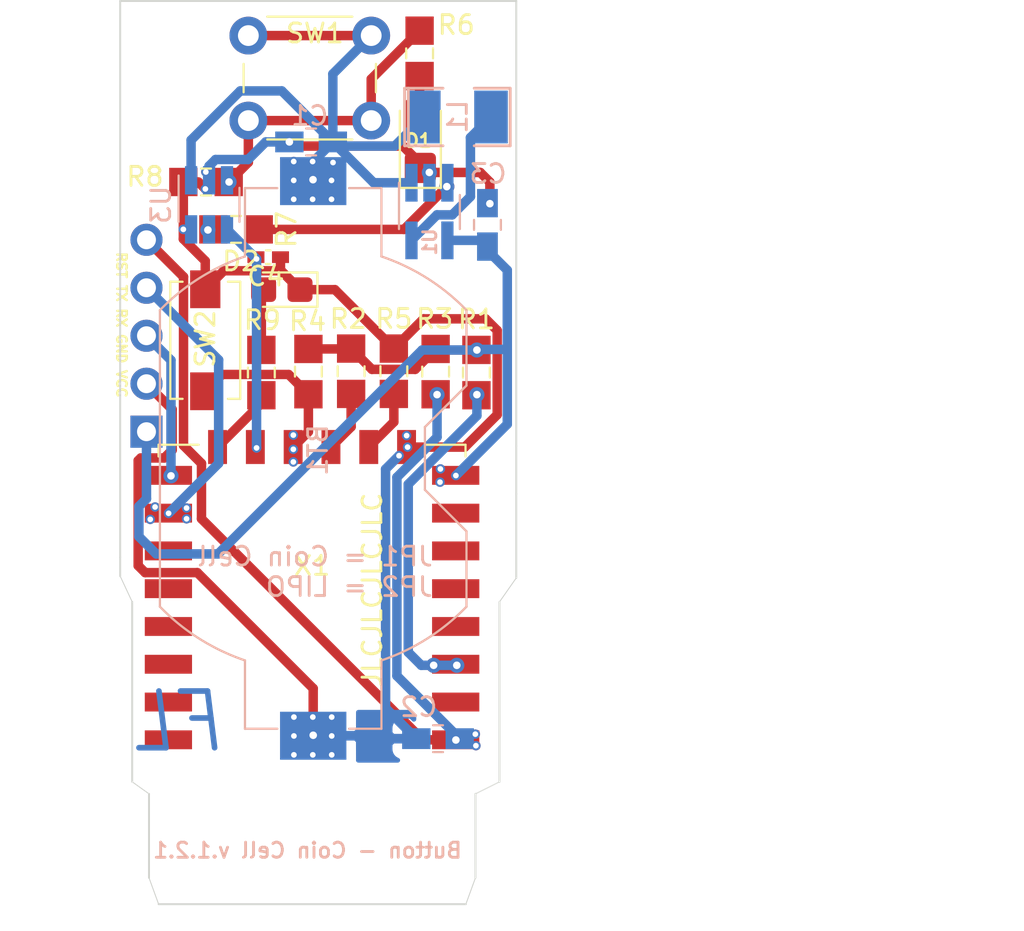
<source format=kicad_pcb>
(kicad_pcb (version 20171130) (host pcbnew "(5.1.9)-1")

  (general
    (thickness 1.6)
    (drawings 23)
    (tracks 190)
    (zones 0)
    (modules 23)
    (nets 19)
  )

  (page A4)
  (layers
    (0 F.Cu signal)
    (31 B.Cu signal)
    (32 B.Adhes user)
    (33 F.Adhes user)
    (34 B.Paste user)
    (35 F.Paste user)
    (36 B.SilkS user hide)
    (37 F.SilkS user)
    (38 B.Mask user)
    (39 F.Mask user)
    (40 Dwgs.User user)
    (41 Cmts.User user)
    (42 Eco1.User user)
    (43 Eco2.User user)
    (44 Edge.Cuts user)
    (45 Margin user)
    (46 B.CrtYd user hide)
    (47 F.CrtYd user hide)
    (48 B.Fab user hide)
    (49 F.Fab user)
  )

  (setup
    (last_trace_width 0.25)
    (user_trace_width 0.5)
    (trace_clearance 0.1)
    (zone_clearance 0.508)
    (zone_45_only no)
    (trace_min 0.2)
    (via_size 0.8)
    (via_drill 0.4)
    (via_min_size 0.4)
    (via_min_drill 0.3)
    (user_via 0.5 0.3)
    (uvia_size 0.3)
    (uvia_drill 0.1)
    (uvias_allowed no)
    (uvia_min_size 0.2)
    (uvia_min_drill 0.1)
    (edge_width 0.05)
    (segment_width 0.2)
    (pcb_text_width 0.3)
    (pcb_text_size 1.5 1.5)
    (mod_edge_width 0.12)
    (mod_text_size 1 1)
    (mod_text_width 0.15)
    (pad_size 1.524 1.524)
    (pad_drill 0.762)
    (pad_to_mask_clearance 0.051)
    (solder_mask_min_width 0.25)
    (aux_axis_origin 0 0)
    (visible_elements 7FFFFFFF)
    (pcbplotparams
      (layerselection 0x010fc_ffffffff)
      (usegerberextensions false)
      (usegerberattributes false)
      (usegerberadvancedattributes true)
      (creategerberjobfile false)
      (excludeedgelayer true)
      (linewidth 0.150000)
      (plotframeref false)
      (viasonmask false)
      (mode 1)
      (useauxorigin true)
      (hpglpennumber 1)
      (hpglpenspeed 20)
      (hpglpendiameter 15.000000)
      (psnegative false)
      (psa4output false)
      (plotreference true)
      (plotvalue true)
      (plotinvisibletext false)
      (padsonsilk false)
      (subtractmaskfromsilk false)
      (outputformat 1)
      (mirror false)
      (drillshape 0)
      (scaleselection 1)
      (outputdirectory "Gerber/"))
  )

  (net 0 "")
  (net 1 /VCC)
  (net 2 /GND)
  (net 3 /RST)
  (net 4 /RX)
  (net 5 /TX)
  (net 6 /EN)
  (net 7 /GPIO2)
  (net 8 /GPIO0)
  (net 9 "Net-(BT1-Pad1)")
  (net 10 "Net-(L1-Pad2)")
  (net 11 /GPIO15)
  (net 12 "Net-(R7-Pad2)")
  (net 13 /GPIO4)
  (net 14 "Net-(D2-Pad2)")
  (net 15 /GPIO5)
  (net 16 "Net-(D1-Pad2)")
  (net 17 "Net-(R6-Pad2)")
  (net 18 "Net-(R7-Pad1)")

  (net_class Default "This is the default net class."
    (clearance 0.1)
    (trace_width 0.25)
    (via_dia 0.8)
    (via_drill 0.4)
    (uvia_dia 0.3)
    (uvia_drill 0.1)
    (add_net /EN)
    (add_net /GND)
    (add_net /GPIO0)
    (add_net /GPIO15)
    (add_net /GPIO2)
    (add_net /GPIO4)
    (add_net /GPIO5)
    (add_net /RST)
    (add_net /RX)
    (add_net /TX)
    (add_net /VCC)
    (add_net "Net-(BT1-Pad1)")
    (add_net "Net-(D1-Pad2)")
    (add_net "Net-(D2-Pad2)")
    (add_net "Net-(L1-Pad2)")
    (add_net "Net-(R6-Pad2)")
    (add_net "Net-(R7-Pad1)")
    (add_net "Net-(R7-Pad2)")
  )

  (module handsolder:ESP-12Elesssilk (layer F.Cu) (tedit 60343770) (tstamp 603269A6)
    (at 125.72 90.16 180)
    (descr "Wi-Fi Module, http://wiki.ai-thinker.com/_media/esp8266/docs/aithinker_esp_12f_datasheet_en.pdf")
    (tags "Wi-Fi Module")
    (path /602C0443)
    (attr smd)
    (fp_text reference X1 (at 0 5.715) (layer F.SilkS)
      (effects (font (size 1 1) (thickness 0.15)))
    )
    (fp_text value ESP-12E (at -0.06 -12.78) (layer F.Fab)
      (effects (font (size 1 1) (thickness 0.15)))
    )
    (fp_text user %R (at 0.49 -0.8) (layer F.Fab)
      (effects (font (size 1 1) (thickness 0.15)))
    )
    (fp_text user "KEEP-OUT ZONE" (at 0.03 -9.55 180) (layer Cmts.User)
      (effects (font (size 1 1) (thickness 0.15)))
    )
    (fp_text user Antenna (at -0.06 -7 180) (layer Cmts.User)
      (effects (font (size 1 1) (thickness 0.15)))
    )
    (fp_line (start 5.56 -4.8) (end 8.12 -7.36) (layer Dwgs.User) (width 0.12))
    (fp_line (start 2.56 -4.8) (end 8.12 -10.36) (layer Dwgs.User) (width 0.12))
    (fp_line (start -0.44 -4.8) (end 6.88 -12.12) (layer Dwgs.User) (width 0.12))
    (fp_line (start -3.44 -4.8) (end 3.88 -12.12) (layer Dwgs.User) (width 0.12))
    (fp_line (start -6.44 -4.8) (end 0.88 -12.12) (layer Dwgs.User) (width 0.12))
    (fp_line (start -8.12 -6.12) (end -2.12 -12.12) (layer Dwgs.User) (width 0.12))
    (fp_line (start -8.12 -9.12) (end -5.12 -12.12) (layer Dwgs.User) (width 0.12))
    (fp_line (start -8.12 -4.8) (end -8.12 -12.12) (layer Dwgs.User) (width 0.12))
    (fp_line (start 8.12 -4.8) (end -8.12 -4.8) (layer Dwgs.User) (width 0.12))
    (fp_line (start 8.12 -12.12) (end 8.12 -4.8) (layer Dwgs.User) (width 0.12))
    (fp_line (start -8.12 -12.12) (end 8.12 -12.12) (layer Dwgs.User) (width 0.12))
    (fp_line (start -8.12 12.12) (end -8.12 11.5) (layer F.SilkS) (width 0.12))
    (fp_line (start -6 12.12) (end -8.12 12.12) (layer F.SilkS) (width 0.12))
    (fp_line (start 8.12 12.12) (end 6 12.12) (layer F.SilkS) (width 0.12))
    (fp_line (start 8.12 11.5) (end 8.12 12.12) (layer F.SilkS) (width 0.12))
    (fp_line (start -9.05 13.1) (end -9.05 -12.2) (layer F.CrtYd) (width 0.05))
    (fp_line (start 9.05 13.1) (end -9.05 13.1) (layer F.CrtYd) (width 0.05))
    (fp_line (start 9.05 -12.2) (end 9.05 13.1) (layer F.CrtYd) (width 0.05))
    (fp_line (start -9.05 -12.2) (end 9.05 -12.2) (layer F.CrtYd) (width 0.05))
    (fp_line (start -8 -4) (end -8 -12) (layer F.Fab) (width 0.12))
    (fp_line (start -7.5 -3.5) (end -8 -4) (layer F.Fab) (width 0.12))
    (fp_line (start -8 -3) (end -7.5 -3.5) (layer F.Fab) (width 0.12))
    (fp_line (start -8 12) (end -8 -3) (layer F.Fab) (width 0.12))
    (fp_line (start 8 12) (end -8 12) (layer F.Fab) (width 0.12))
    (fp_line (start 8 -12) (end 8 12) (layer F.Fab) (width 0.12))
    (fp_line (start -8 -12) (end 8 -12) (layer F.Fab) (width 0.12))
    (pad 22 smd rect (at 7.6 -3.5 180) (size 2.5 1) (layers F.Cu F.Paste F.Mask))
    (pad 21 smd rect (at 7.6 -1.5 180) (size 2.5 1) (layers F.Cu F.Paste F.Mask))
    (pad 20 smd rect (at 7.6 0.5 180) (size 2.5 1) (layers F.Cu F.Paste F.Mask))
    (pad 19 smd rect (at 7.6 2.5 180) (size 2.5 1) (layers F.Cu F.Paste F.Mask))
    (pad 18 smd rect (at 7.6 4.5 180) (size 2.5 1) (layers F.Cu F.Paste F.Mask))
    (pad 17 smd rect (at 7.6 6.5 180) (size 2.5 1) (layers F.Cu F.Paste F.Mask))
    (pad 16 smd rect (at 7.6 8.5 180) (size 2.5 1) (layers F.Cu F.Paste F.Mask)
      (net 5 /TX))
    (pad 15 smd rect (at 7.6 10.5 180) (size 2.5 1) (layers F.Cu F.Paste F.Mask)
      (net 4 /RX))
    (pad 14 smd rect (at 5 12 180) (size 1 1.8) (layers F.Cu F.Paste F.Mask)
      (net 15 /GPIO5))
    (pad 13 smd rect (at 3 12 180) (size 1 1.8) (layers F.Cu F.Paste F.Mask)
      (net 13 /GPIO4))
    (pad 12 smd rect (at 1 12 180) (size 1 1.8) (layers F.Cu F.Paste F.Mask)
      (net 8 /GPIO0))
    (pad 11 smd rect (at -1 12 180) (size 1 1.8) (layers F.Cu F.Paste F.Mask)
      (net 7 /GPIO2))
    (pad 10 smd rect (at -3 12 180) (size 1 1.8) (layers F.Cu F.Paste F.Mask)
      (net 11 /GPIO15))
    (pad 9 smd rect (at -5 12 180) (size 1 1.8) (layers F.Cu F.Paste F.Mask)
      (net 2 /GND))
    (pad 8 smd rect (at -7.6 10.5 180) (size 2.5 1) (layers F.Cu F.Paste F.Mask)
      (net 1 /VCC))
    (pad 7 smd rect (at -7.6 8.5 180) (size 2.5 1) (layers F.Cu F.Paste F.Mask))
    (pad 6 smd rect (at -7.6 6.5 180) (size 2.5 1) (layers F.Cu F.Paste F.Mask))
    (pad 5 smd rect (at -7.6 4.5 180) (size 2.5 1) (layers F.Cu F.Paste F.Mask))
    (pad 4 smd rect (at -7.6 2.5 180) (size 2.5 1) (layers F.Cu F.Paste F.Mask))
    (pad 3 smd rect (at -7.6 0.5 180) (size 2.5 1) (layers F.Cu F.Paste F.Mask)
      (net 6 /EN))
    (pad 2 smd rect (at -7.6 -1.5 180) (size 2.5 1) (layers F.Cu F.Paste F.Mask))
    (pad 1 smd rect (at -7.6 -3.5 180) (size 2.5 1) (layers F.Cu F.Paste F.Mask)
      (net 3 /RST))
    (model ${KISYS3DMOD}/RF_Module.3dshapes/ESP-12E.wrl
      (at (xyz 0 0 0))
      (scale (xyz 1 1 1))
      (rotate (xyz 0 0 0))
    )
  )

  (module handsolder:C_0402_1005Metric_Pad0.74x0.62mm_HandSoldermod (layer F.Cu) (tedit 60342830) (tstamp 60343322)
    (at 123.4 68.11)
    (descr "Capacitor SMD 0402 (1005 Metric), square (rectangular) end terminal, IPC_7351 nominal with elongated pad for handsoldering. (Body size source: IPC-SM-782 page 76, https://www.pcb-3d.com/wordpress/wp-content/uploads/ipc-sm-782a_amendment_1_and_2.pdf), generated with kicad-footprint-generator")
    (tags "capacitor handsolder")
    (path /603444C4)
    (attr smd)
    (fp_text reference C4 (at -0.127 1.016) (layer F.SilkS)
      (effects (font (size 1 1) (thickness 0.15)))
    )
    (fp_text value "10nf -100nf" (at 0 1.16) (layer F.Fab)
      (effects (font (size 1 1) (thickness 0.15)))
    )
    (fp_line (start -0.5 0.25) (end -0.5 -0.25) (layer F.Fab) (width 0.1))
    (fp_line (start -0.5 -0.25) (end 0.5 -0.25) (layer F.Fab) (width 0.1))
    (fp_line (start 0.5 -0.25) (end 0.5 0.25) (layer F.Fab) (width 0.1))
    (fp_line (start 0.5 0.25) (end -0.5 0.25) (layer F.Fab) (width 0.1))
    (fp_line (start -0.115835 -0.36) (end 0.115835 -0.36) (layer F.SilkS) (width 0.12))
    (fp_line (start -0.115835 0.36) (end 0.115835 0.36) (layer F.SilkS) (width 0.12))
    (fp_line (start -1.08 0.46) (end -1.08 -0.46) (layer F.CrtYd) (width 0.05))
    (fp_line (start -1.08 -0.46) (end 1.08 -0.46) (layer F.CrtYd) (width 0.05))
    (fp_line (start 1.08 -0.46) (end 1.08 0.46) (layer F.CrtYd) (width 0.05))
    (fp_line (start 1.08 0.46) (end -1.08 0.46) (layer F.CrtYd) (width 0.05))
    (fp_text user %R (at 0 0) (layer F.Fab)
      (effects (font (size 0.25 0.25) (thickness 0.04)))
    )
    (pad 2 smd rect (at 0.65 0) (size 0.9 0.62) (layers F.Cu F.Paste F.Mask)
      (net 2 /GND))
    (pad 1 smd rect (at -0.65 0) (size 0.9 0.62) (layers F.Cu F.Paste F.Mask)
      (net 13 /GPIO4))
    (model ${KISYS3DMOD}/Capacitor_SMD.3dshapes/C_0402_1005Metric.wrl
      (at (xyz 0 0 0))
      (scale (xyz 1 1 1))
      (rotate (xyz 0 0 0))
    )
  )

  (module handsolder:SMD-1210_Pol_inductor (layer B.Cu) (tedit 592F1991) (tstamp 60341854)
    (at 133.41 60.69)
    (tags "CMS SM")
    (path /602E234D)
    (attr smd)
    (fp_text reference L1 (at 0.015 -0.015 -90) (layer B.SilkS)
      (effects (font (size 1 1) (thickness 0.15)) (justify mirror))
    )
    (fp_text value "4.7 uH" (at 0 -0.762) (layer B.Fab)
      (effects (font (size 1 1) (thickness 0.15)) (justify mirror))
    )
    (fp_line (start -2.794 1.524) (end -2.794 -1.524) (layer B.SilkS) (width 0.15))
    (fp_line (start 0.889 -1.524) (end 2.794 -1.524) (layer B.SilkS) (width 0.15))
    (fp_line (start 2.794 -1.524) (end 2.794 1.524) (layer B.SilkS) (width 0.15))
    (fp_line (start 2.794 1.524) (end 0.889 1.524) (layer B.SilkS) (width 0.15))
    (fp_line (start -0.762 1.524) (end -2.794 1.524) (layer B.SilkS) (width 0.15))
    (fp_line (start -2.594 1.524) (end -2.594 -1.524) (layer B.SilkS) (width 0.15))
    (fp_line (start -2.794 -1.524) (end -0.762 -1.524) (layer B.SilkS) (width 0.15))
    (pad 1 smd rect (at -1.778 0) (size 1.778 2.794) (layers B.Cu B.Paste B.Mask)
      (net 9 "Net-(BT1-Pad1)") (zone_connect 2))
    (pad 2 smd rect (at 1.778 0) (size 1.778 2.794) (layers B.Cu B.Paste B.Mask)
      (net 10 "Net-(L1-Pad2)"))
    (model SMD_Packages.3dshapes/SMD-1210_Pol.wrl
      (at (xyz 0 0 0))
      (scale (xyz 0.2 0.2 0.2))
      (rotate (xyz 0 0 0))
    )
  )

  (module Connector_PinHeader_2.54mm:PinHeader_1x05_P2.54mm_Vertical (layer F.Cu) (tedit 6033F431) (tstamp 60326824)
    (at 116.96 77.35 180)
    (descr "Through hole straight pin header, 1x05, 2.54mm pitch, single row")
    (tags "Through hole pin header THT 1x05 2.54mm single row")
    (path /60301345)
    (fp_text reference J1 (at -2.6162 -0.9652 180) (layer F.SilkS) hide
      (effects (font (size 1 1) (thickness 0.15)))
    )
    (fp_text value Conn_01x05_Female (at 0.03 12.52 180) (layer F.Fab)
      (effects (font (size 1 1) (thickness 0.15)))
    )
    (fp_line (start 1.8 -1.8) (end -1.8 -1.8) (layer F.CrtYd) (width 0.05))
    (fp_line (start 1.8 11.95) (end 1.8 -1.8) (layer F.CrtYd) (width 0.05))
    (fp_line (start -1.8 11.95) (end 1.8 11.95) (layer F.CrtYd) (width 0.05))
    (fp_line (start -1.8 -1.8) (end -1.8 11.95) (layer F.CrtYd) (width 0.05))
    (fp_line (start -1.27 -0.635) (end -0.635 -1.27) (layer F.Fab) (width 0.1))
    (fp_line (start -1.27 11.43) (end -1.27 -0.635) (layer F.Fab) (width 0.1))
    (fp_line (start 1.27 11.43) (end -1.27 11.43) (layer F.Fab) (width 0.1))
    (fp_line (start 1.27 -1.27) (end 1.27 11.43) (layer F.Fab) (width 0.1))
    (fp_line (start -0.635 -1.27) (end 1.27 -1.27) (layer F.Fab) (width 0.1))
    (fp_text user %R (at 0 5.08 270) (layer F.Fab)
      (effects (font (size 1 1) (thickness 0.15)))
    )
    (pad 5 thru_hole oval (at 0 10.16 180) (size 1.7 1.7) (drill 1) (layers *.Cu *.Mask)
      (net 3 /RST))
    (pad 4 thru_hole oval (at 0 7.62 180) (size 1.7 1.7) (drill 1) (layers *.Cu *.Mask)
      (net 5 /TX))
    (pad 3 thru_hole oval (at 0 5.08 180) (size 1.7 1.7) (drill 1) (layers *.Cu *.Mask)
      (net 4 /RX))
    (pad 2 thru_hole oval (at 0 2.54 180) (size 1.7 1.7) (drill 1) (layers *.Cu *.Mask)
      (net 2 /GND))
    (pad 1 thru_hole rect (at 0 0 180) (size 1.7 1.7) (drill 1) (layers *.Cu *.Mask)
      (net 1 /VCC))
    (model ${KISYS3DMOD}/Connector_PinHeader_2.54mm.3dshapes/PinHeader_1x05_P2.54mm_Vertical.wrl
      (at (xyz 0 0 0))
      (scale (xyz 1 1 1))
      (rotate (xyz 0 0 0))
    )
  )

  (module handsolder:SOT-23-5_HandSolderingmod (layer B.Cu) (tedit 60023824) (tstamp 60329F06)
    (at 131.93 65.72 270)
    (descr "5-pin SOT23 package")
    (tags "SOT-23-5 hand-soldering")
    (path /6033543B)
    (attr smd)
    (fp_text reference U1 (at 1.58496 -0.02032 90) (layer B.SilkS)
      (effects (font (size 0.7 0.7) (thickness 0.15)) (justify mirror))
    )
    (fp_text value TPS61097A (at 10.287 -1.143 270) (layer B.SilkS) hide
      (effects (font (size 1 1) (thickness 0.15)) (justify mirror))
    )
    (fp_line (start 2.38 -1.8) (end -2.38 -1.8) (layer B.CrtYd) (width 0.05))
    (fp_line (start 2.38 -1.8) (end 2.38 1.8) (layer B.CrtYd) (width 0.05))
    (fp_line (start -2.38 1.8) (end -2.38 -1.8) (layer B.CrtYd) (width 0.05))
    (fp_line (start -2.38 1.8) (end 2.38 1.8) (layer B.CrtYd) (width 0.05))
    (fp_line (start 0.9 1.55) (end 0.9 -1.55) (layer B.Fab) (width 0.1))
    (fp_line (start 0.9 -1.55) (end -0.9 -1.55) (layer B.Fab) (width 0.1))
    (fp_line (start -0.9 0.9) (end -0.9 -1.55) (layer B.Fab) (width 0.1))
    (fp_line (start 0.9 1.55) (end -0.25 1.55) (layer B.Fab) (width 0.1))
    (fp_line (start -0.9 0.9) (end -0.25 1.55) (layer B.Fab) (width 0.1))
    (fp_line (start 0.9 1.61) (end -1.55 1.61) (layer B.SilkS) (width 0.12))
    (fp_line (start -0.9 -1.61) (end 0.9 -1.61) (layer B.SilkS) (width 0.12))
    (fp_text user %R (at 0 0) (layer B.Fab)
      (effects (font (size 0.5 0.5) (thickness 0.075)) (justify mirror))
    )
    (pad 5 smd rect (at 1.5 0.95 270) (size 2 0.65) (layers B.Cu B.Paste B.Mask)
      (net 10 "Net-(L1-Pad2)"))
    (pad 4 smd rect (at 1.5 -0.95 270) (size 2 0.65) (layers B.Cu B.Paste B.Mask)
      (net 1 /VCC))
    (pad 3 smd rect (at -1.55 -0.95 270) (size 2 0.65) (layers B.Cu B.Paste B.Mask)
      (net 12 "Net-(R7-Pad2)"))
    (pad 2 smd trapezoid (at -1.55 0 270) (size 2 0.65) (layers B.Cu B.Paste B.Mask)
      (net 2 /GND))
    (pad 1 smd rect (at -1.55 0.95 270) (size 2 0.65) (layers B.Cu B.Paste B.Mask)
      (net 9 "Net-(BT1-Pad1)"))
    (model ${KISYS3DMOD}/Package_TO_SOT_SMD.3dshapes/SOT-23-5.wrl
      (at (xyz 0 0 0))
      (scale (xyz 1 1 1))
      (rotate (xyz 0 0 0))
    )
  )

  (module handsolder:C_0805_2012handsodermod (layer B.Cu) (tedit 60326176) (tstamp 603267C3)
    (at 125.67 62.01)
    (descr "Capacitor SMD 0805 (2012 Metric), square (rectangular) end terminal, IPC_7351 nominal with elongated pad for handsoldering. (Body size source: https://docs.google.com/spreadsheets/d/1BsfQQcO9C6DZCsRaXUlFlo91Tg2WpOkGARC1WS5S8t0/edit?usp=sharing), generated with kicad-footprint-generator")
    (tags "capacitor handsolder")
    (path /602D0C1F)
    (attr smd)
    (fp_text reference C1 (at -0.07 -1.385 180) (layer B.SilkS)
      (effects (font (size 1 1) (thickness 0.15)) (justify mirror))
    )
    (fp_text value 10uF (at 0 -1.65 180) (layer B.Fab) hide
      (effects (font (size 1 1) (thickness 0.15)) (justify mirror))
    )
    (fp_line (start 2.05 -0.85) (end -2 -0.85) (layer B.CrtYd) (width 0.05))
    (fp_line (start 2.05 0.85) (end 2.05 -0.85) (layer B.CrtYd) (width 0.05))
    (fp_line (start -2 0.85) (end 2.05 0.85) (layer B.CrtYd) (width 0.05))
    (fp_line (start -2 -0.85) (end -2 0.85) (layer B.CrtYd) (width 0.05))
    (fp_line (start -0.261252 -0.71) (end 0.261252 -0.71) (layer B.SilkS) (width 0.12))
    (fp_line (start -0.261252 0.71) (end 0.261252 0.71) (layer B.SilkS) (width 0.12))
    (fp_line (start 1 -0.6) (end -1 -0.6) (layer B.Fab) (width 0.1))
    (fp_line (start 1 0.6) (end 1 -0.6) (layer B.Fab) (width 0.1))
    (fp_line (start -1 0.6) (end 1 0.6) (layer B.Fab) (width 0.1))
    (fp_line (start -1 -0.6) (end -1 0.6) (layer B.Fab) (width 0.1))
    (fp_text user %R (at 0 0 180) (layer B.Fab)
      (effects (font (size 0.5 0.5) (thickness 0.08)) (justify mirror))
    )
    (pad 2 smd rect (at 1.15 0) (size 1.5 1.1) (layers B.Cu B.Paste B.Mask)
      (net 9 "Net-(BT1-Pad1)"))
    (pad 1 smd rect (at -1.15 0) (size 1.5 1.1) (layers B.Cu B.Paste B.Mask)
      (net 2 /GND))
    (model ${KISYS3DMOD}/Capacitor_SMD.3dshapes/C_0805_2012Metric.wrl
      (at (xyz 0 0 0))
      (scale (xyz 1 1 1))
      (rotate (xyz 0 0 0))
    )
  )

  (module handsolder:SOT-23-6handsoldering (layer B.Cu) (tedit 600C9A10) (tstamp 6032696B)
    (at 120.27 65.34 270)
    (descr "6-pin SOT-23 package")
    (tags SOT-23-6)
    (path /6031B6A7)
    (attr smd)
    (fp_text reference U3 (at 0 2.54 270) (layer B.SilkS)
      (effects (font (size 1 1) (thickness 0.15)) (justify mirror))
    )
    (fp_text value TPL5111 (at 0 -2.9 90) (layer B.Fab)
      (effects (font (size 1 1) (thickness 0.15)) (justify mirror))
    )
    (fp_line (start 0.9 1.55) (end 0.9 -1.55) (layer B.Fab) (width 0.1))
    (fp_line (start 0.9 -1.55) (end -0.9 -1.55) (layer B.Fab) (width 0.1))
    (fp_line (start -0.9 0.9) (end -0.9 -1.55) (layer B.Fab) (width 0.1))
    (fp_line (start 0.9 1.55) (end -0.25 1.55) (layer B.Fab) (width 0.1))
    (fp_line (start -0.9 0.9) (end -0.25 1.55) (layer B.Fab) (width 0.1))
    (fp_line (start -1.9 1.8) (end -1.9 -1.8) (layer B.CrtYd) (width 0.05))
    (fp_line (start -1.9 -1.8) (end 1.9 -1.8) (layer B.CrtYd) (width 0.05))
    (fp_line (start 1.9 -1.8) (end 1.9 1.8) (layer B.CrtYd) (width 0.05))
    (fp_line (start 1.9 1.8) (end -1.9 1.8) (layer B.CrtYd) (width 0.05))
    (fp_line (start 0.9 1.61) (end -1.55 1.61) (layer B.SilkS) (width 0.12))
    (fp_line (start -0.9 -1.61) (end 0.9 -1.61) (layer B.SilkS) (width 0.12))
    (fp_text user %R (at 0 0) (layer B.Fab)
      (effects (font (size 0.5 0.5) (thickness 0.075)) (justify mirror))
    )
    (pad 5 smd rect (at 1.3 0 270) (size 1.5 0.65) (layers B.Cu B.Paste B.Mask)
      (net 18 "Net-(R7-Pad1)"))
    (pad 6 smd rect (at 1.3 0.95 270) (size 1.5 0.65) (layers B.Cu B.Paste B.Mask)
      (net 2 /GND))
    (pad 4 smd rect (at 1.3 -0.95 270) (size 1.5 0.65) (layers B.Cu B.Paste B.Mask)
      (net 13 /GPIO4))
    (pad 3 smd rect (at -1.3 -0.95 270) (size 1.5 0.65) (layers B.Cu B.Paste B.Mask)
      (net 17 "Net-(R6-Pad2)"))
    (pad 2 smd rect (at -1.3 0 270) (size 1.5 0.65) (layers B.Cu B.Paste B.Mask)
      (net 2 /GND))
    (pad 1 smd rect (at -1.3 0.95 270) (size 1.5 0.65) (layers B.Cu B.Paste B.Mask)
      (net 9 "Net-(BT1-Pad1)"))
    (model ${KISYS3DMOD}/Package_TO_SOT_SMD.3dshapes/SOT-23-6.wrl
      (at (xyz 0 0 0))
      (scale (xyz 1 1 1))
      (rotate (xyz 0 0 0))
    )
  )

  (module Button_Switch_SMD:SW_SPST_EVQPE1 (layer F.Cu) (tedit 5A02FC95) (tstamp 6032692A)
    (at 120.07 72.51 90)
    (descr "Light Touch Switch, https://industrial.panasonic.com/cdbs/www-data/pdf/ATK0000/ATK0000CE7.pdf")
    (path /602CDBD4)
    (attr smd)
    (fp_text reference SW2 (at 0.0762 0 90) (layer F.SilkS)
      (effects (font (size 1 1) (thickness 0.15)))
    )
    (fp_text value SW_Push (at 0 3 90) (layer F.Fab)
      (effects (font (size 1 1) (thickness 0.15)))
    )
    (fp_line (start -3.1 1.85) (end 3.1 1.85) (layer F.SilkS) (width 0.12))
    (fp_line (start 3.1 -1.85) (end -3.1 -1.85) (layer F.SilkS) (width 0.12))
    (fp_line (start -3.1 -1.85) (end -3.1 -1.2) (layer F.SilkS) (width 0.12))
    (fp_line (start -3.1 1.2) (end -3.1 1.85) (layer F.SilkS) (width 0.12))
    (fp_line (start 3.1 1.85) (end 3.1 1.2) (layer F.SilkS) (width 0.12))
    (fp_line (start 3.1 -1.85) (end 3.1 -1.2) (layer F.SilkS) (width 0.12))
    (fp_line (start -3.95 2) (end -3.95 -2) (layer F.CrtYd) (width 0.05))
    (fp_line (start 3.95 2) (end -3.95 2) (layer F.CrtYd) (width 0.05))
    (fp_line (start 3.95 -2) (end 3.95 2) (layer F.CrtYd) (width 0.05))
    (fp_line (start -3.95 -2) (end 3.95 -2) (layer F.CrtYd) (width 0.05))
    (fp_line (start -1.4 0.7) (end -1.4 -0.7) (layer F.Fab) (width 0.1))
    (fp_line (start 1.4 0.7) (end -1.4 0.7) (layer F.Fab) (width 0.1))
    (fp_line (start 1.4 -0.7) (end 1.4 0.7) (layer F.Fab) (width 0.1))
    (fp_line (start -1.4 -0.7) (end 1.4 -0.7) (layer F.Fab) (width 0.1))
    (fp_line (start -3 -1.75) (end 3 -1.75) (layer F.Fab) (width 0.1))
    (fp_line (start -3 1.75) (end -3 -1.75) (layer F.Fab) (width 0.1))
    (fp_line (start 3 1.75) (end -3 1.75) (layer F.Fab) (width 0.1))
    (fp_line (start 3 -1.75) (end 3 1.75) (layer F.Fab) (width 0.1))
    (fp_text user %R (at 0 -2.65 90) (layer F.Fab)
      (effects (font (size 1 1) (thickness 0.15)))
    )
    (pad 1 smd rect (at -2.7 0 90) (size 2 1.6) (layers F.Cu F.Paste F.Mask)
      (net 8 /GPIO0))
    (pad 2 smd rect (at 2.7 0 90) (size 2 1.6) (layers F.Cu F.Paste F.Mask)
      (net 2 /GND))
    (model ${KISYS3DMOD}/Button_Switch_SMD.3dshapes/SW_SPST_EVQPE1.wrl
      (at (xyz 0 0 0))
      (scale (xyz 1 1 1))
      (rotate (xyz 0 0 0))
    )
  )

  (module Button_Switch_THT:SW_PUSH_6mm (layer F.Cu) (tedit 5A02FE31) (tstamp 60326911)
    (at 122.35 56.38)
    (descr https://www.omron.com/ecb/products/pdf/en-b3f.pdf)
    (tags "tact sw push 6mm")
    (path /602CFCB7)
    (fp_text reference SW1 (at 3.52 -0.12) (layer F.SilkS)
      (effects (font (size 1 1) (thickness 0.15)))
    )
    (fp_text value SW_Push (at 3.75 6.7) (layer F.Fab)
      (effects (font (size 1 1) (thickness 0.15)))
    )
    (fp_circle (center 3.25 2.25) (end 1.25 2.5) (layer F.Fab) (width 0.1))
    (fp_line (start 6.75 3) (end 6.75 1.5) (layer F.SilkS) (width 0.12))
    (fp_line (start 5.5 -1) (end 1 -1) (layer F.SilkS) (width 0.12))
    (fp_line (start -0.25 1.5) (end -0.25 3) (layer F.SilkS) (width 0.12))
    (fp_line (start 1 5.5) (end 5.5 5.5) (layer F.SilkS) (width 0.12))
    (fp_line (start 8 -1.25) (end 8 5.75) (layer F.CrtYd) (width 0.05))
    (fp_line (start 7.75 6) (end -1.25 6) (layer F.CrtYd) (width 0.05))
    (fp_line (start -1.5 5.75) (end -1.5 -1.25) (layer F.CrtYd) (width 0.05))
    (fp_line (start -1.25 -1.5) (end 7.75 -1.5) (layer F.CrtYd) (width 0.05))
    (fp_line (start -1.5 6) (end -1.25 6) (layer F.CrtYd) (width 0.05))
    (fp_line (start -1.5 5.75) (end -1.5 6) (layer F.CrtYd) (width 0.05))
    (fp_line (start -1.5 -1.5) (end -1.25 -1.5) (layer F.CrtYd) (width 0.05))
    (fp_line (start -1.5 -1.25) (end -1.5 -1.5) (layer F.CrtYd) (width 0.05))
    (fp_line (start 8 -1.5) (end 8 -1.25) (layer F.CrtYd) (width 0.05))
    (fp_line (start 7.75 -1.5) (end 8 -1.5) (layer F.CrtYd) (width 0.05))
    (fp_line (start 8 6) (end 8 5.75) (layer F.CrtYd) (width 0.05))
    (fp_line (start 7.75 6) (end 8 6) (layer F.CrtYd) (width 0.05))
    (fp_line (start 0.25 -0.75) (end 3.25 -0.75) (layer F.Fab) (width 0.1))
    (fp_line (start 0.25 5.25) (end 0.25 -0.75) (layer F.Fab) (width 0.1))
    (fp_line (start 6.25 5.25) (end 0.25 5.25) (layer F.Fab) (width 0.1))
    (fp_line (start 6.25 -0.75) (end 6.25 5.25) (layer F.Fab) (width 0.1))
    (fp_line (start 3.25 -0.75) (end 6.25 -0.75) (layer F.Fab) (width 0.1))
    (fp_text user %R (at 3.25 2.25) (layer F.Fab)
      (effects (font (size 1 1) (thickness 0.15)))
    )
    (pad 1 thru_hole circle (at 6.5 0 90) (size 2 2) (drill 1.1) (layers *.Cu *.Mask)
      (net 9 "Net-(BT1-Pad1)"))
    (pad 2 thru_hole circle (at 6.5 4.5 90) (size 2 2) (drill 1.1) (layers *.Cu *.Mask)
      (net 17 "Net-(R6-Pad2)"))
    (pad 1 thru_hole circle (at 0 0 90) (size 2 2) (drill 1.1) (layers *.Cu *.Mask)
      (net 9 "Net-(BT1-Pad1)"))
    (pad 2 thru_hole circle (at 0 4.5 90) (size 2 2) (drill 1.1) (layers *.Cu *.Mask)
      (net 17 "Net-(R6-Pad2)"))
    (model ${KISYS3DMOD}/Button_Switch_THT.3dshapes/SW_PUSH_6mm.wrl
      (at (xyz 0 0 0))
      (scale (xyz 1 1 1))
      (rotate (xyz 0 0 0))
    )
  )

  (module handsolder:R_0805_2012handsoldermod (layer F.Cu) (tedit 60004565) (tstamp 603268F2)
    (at 123.0376 74.2188 270)
    (descr "Resistor SMD 0805 (2012 Metric), square (rectangular) end terminal, IPC_7351 nominal with elongated pad for handsoldering. (Body size source: https://docs.google.com/spreadsheets/d/1BsfQQcO9C6DZCsRaXUlFlo91Tg2WpOkGARC1WS5S8t0/edit?usp=sharing), generated with kicad-footprint-generator")
    (tags "resistor handsolder")
    (path /60325E7B)
    (attr smd)
    (fp_text reference R9 (at -2.7788 -0.0524) (layer F.SilkS)
      (effects (font (size 1 1) (thickness 0.15)))
    )
    (fp_text value 1k (at 0 1.65 270) (layer F.Fab) hide
      (effects (font (size 1 1) (thickness 0.15)))
    )
    (fp_line (start 2.05 0.95) (end -2.05 0.95) (layer F.CrtYd) (width 0.05))
    (fp_line (start 2.05 -0.95) (end 2.05 0.95) (layer F.CrtYd) (width 0.05))
    (fp_line (start -2.05 -0.95) (end 2.05 -0.95) (layer F.CrtYd) (width 0.05))
    (fp_line (start -2.05 0.95) (end -2.05 -0.95) (layer F.CrtYd) (width 0.05))
    (fp_line (start -0.261252 0.71) (end 0.261252 0.71) (layer F.SilkS) (width 0.12))
    (fp_line (start -0.261252 -0.71) (end 0.261252 -0.71) (layer F.SilkS) (width 0.12))
    (fp_line (start 1 0.6) (end -1 0.6) (layer F.Fab) (width 0.1))
    (fp_line (start 1 -0.6) (end 1 0.6) (layer F.Fab) (width 0.1))
    (fp_line (start -1 -0.6) (end 1 -0.6) (layer F.Fab) (width 0.1))
    (fp_line (start -1 0.6) (end -1 -0.6) (layer F.Fab) (width 0.1))
    (fp_text user %R (at 0 0 270) (layer F.Fab)
      (effects (font (size 0.5 0.5) (thickness 0.08)))
    )
    (pad 2 smd rect (at 1.2 0 270) (size 1.5 1.5) (layers F.Cu F.Paste F.Mask)
      (net 15 /GPIO5))
    (pad 1 smd rect (at -1.2 0 270) (size 1.5 1.5) (layers F.Cu F.Paste F.Mask)
      (net 14 "Net-(D2-Pad2)"))
    (model ${KISYS3DMOD}/Resistor_SMD.3dshapes/R_0805_2012Metric.wrl
      (at (xyz 0 0 0))
      (scale (xyz 1 1 1))
      (rotate (xyz 0 0 0))
    )
  )

  (module handsolder:R_0805_2012handsoldermod (layer F.Cu) (tedit 60004565) (tstamp 603268E1)
    (at 120.11 64.13)
    (descr "Resistor SMD 0805 (2012 Metric), square (rectangular) end terminal, IPC_7351 nominal with elongated pad for handsoldering. (Body size source: https://docs.google.com/spreadsheets/d/1BsfQQcO9C6DZCsRaXUlFlo91Tg2WpOkGARC1WS5S8t0/edit?usp=sharing), generated with kicad-footprint-generator")
    (tags "resistor handsolder")
    (path /6031EA78)
    (attr smd)
    (fp_text reference R8 (at -3.23 -0.28) (layer F.SilkS)
      (effects (font (size 1 1) (thickness 0.15)))
    )
    (fp_text value 10k (at 0 1.65) (layer F.Fab) hide
      (effects (font (size 1 1) (thickness 0.15)))
    )
    (fp_line (start 2.05 0.95) (end -2.05 0.95) (layer F.CrtYd) (width 0.05))
    (fp_line (start 2.05 -0.95) (end 2.05 0.95) (layer F.CrtYd) (width 0.05))
    (fp_line (start -2.05 -0.95) (end 2.05 -0.95) (layer F.CrtYd) (width 0.05))
    (fp_line (start -2.05 0.95) (end -2.05 -0.95) (layer F.CrtYd) (width 0.05))
    (fp_line (start -0.261252 0.71) (end 0.261252 0.71) (layer F.SilkS) (width 0.12))
    (fp_line (start -0.261252 -0.71) (end 0.261252 -0.71) (layer F.SilkS) (width 0.12))
    (fp_line (start 1 0.6) (end -1 0.6) (layer F.Fab) (width 0.1))
    (fp_line (start 1 -0.6) (end 1 0.6) (layer F.Fab) (width 0.1))
    (fp_line (start -1 -0.6) (end 1 -0.6) (layer F.Fab) (width 0.1))
    (fp_line (start -1 0.6) (end -1 -0.6) (layer F.Fab) (width 0.1))
    (fp_text user %R (at 0 0) (layer F.Fab)
      (effects (font (size 0.5 0.5) (thickness 0.08)))
    )
    (pad 2 smd rect (at 1.2 0) (size 1.5 1.5) (layers F.Cu F.Paste F.Mask)
      (net 17 "Net-(R6-Pad2)"))
    (pad 1 smd rect (at -1.2 0) (size 1.5 1.5) (layers F.Cu F.Paste F.Mask)
      (net 2 /GND))
    (model ${KISYS3DMOD}/Resistor_SMD.3dshapes/R_0805_2012Metric.wrl
      (at (xyz 0 0 0))
      (scale (xyz 1 1 1))
      (rotate (xyz 0 0 0))
    )
  )

  (module handsolder:R_0805_2012handsoldermod (layer F.Cu) (tedit 60004565) (tstamp 603268D0)
    (at 121.7 66.64)
    (descr "Resistor SMD 0805 (2012 Metric), square (rectangular) end terminal, IPC_7351 nominal with elongated pad for handsoldering. (Body size source: https://docs.google.com/spreadsheets/d/1BsfQQcO9C6DZCsRaXUlFlo91Tg2WpOkGARC1WS5S8t0/edit?usp=sharing), generated with kicad-footprint-generator")
    (tags "resistor handsolder")
    (path /602F7A06)
    (attr smd)
    (fp_text reference R7 (at 2.667 0 270) (layer F.SilkS)
      (effects (font (size 1 1) (thickness 0.15)))
    )
    (fp_text value 10k (at 0 1.65) (layer F.Fab) hide
      (effects (font (size 1 1) (thickness 0.15)))
    )
    (fp_line (start 2.05 0.95) (end -2.05 0.95) (layer F.CrtYd) (width 0.05))
    (fp_line (start 2.05 -0.95) (end 2.05 0.95) (layer F.CrtYd) (width 0.05))
    (fp_line (start -2.05 -0.95) (end 2.05 -0.95) (layer F.CrtYd) (width 0.05))
    (fp_line (start -2.05 0.95) (end -2.05 -0.95) (layer F.CrtYd) (width 0.05))
    (fp_line (start -0.261252 0.71) (end 0.261252 0.71) (layer F.SilkS) (width 0.12))
    (fp_line (start -0.261252 -0.71) (end 0.261252 -0.71) (layer F.SilkS) (width 0.12))
    (fp_line (start 1 0.6) (end -1 0.6) (layer F.Fab) (width 0.1))
    (fp_line (start 1 -0.6) (end 1 0.6) (layer F.Fab) (width 0.1))
    (fp_line (start -1 -0.6) (end 1 -0.6) (layer F.Fab) (width 0.1))
    (fp_line (start -1 0.6) (end -1 -0.6) (layer F.Fab) (width 0.1))
    (fp_text user %R (at 0 0) (layer F.Fab)
      (effects (font (size 0.5 0.5) (thickness 0.08)))
    )
    (pad 2 smd rect (at 1.2 0) (size 1.5 1.5) (layers F.Cu F.Paste F.Mask)
      (net 12 "Net-(R7-Pad2)"))
    (pad 1 smd rect (at -1.2 0) (size 1.5 1.5) (layers F.Cu F.Paste F.Mask)
      (net 18 "Net-(R7-Pad1)"))
    (model ${KISYS3DMOD}/Resistor_SMD.3dshapes/R_0805_2012Metric.wrl
      (at (xyz 0 0 0))
      (scale (xyz 1 1 1))
      (rotate (xyz 0 0 0))
    )
  )

  (module handsolder:R_0805_2012handsoldermod (layer F.Cu) (tedit 60004565) (tstamp 603268BF)
    (at 131.41 57.32 90)
    (descr "Resistor SMD 0805 (2012 Metric), square (rectangular) end terminal, IPC_7351 nominal with elongated pad for handsoldering. (Body size source: https://docs.google.com/spreadsheets/d/1BsfQQcO9C6DZCsRaXUlFlo91Tg2WpOkGARC1WS5S8t0/edit?usp=sharing), generated with kicad-footprint-generator")
    (tags "resistor handsolder")
    (path /602D454A)
    (attr smd)
    (fp_text reference R6 (at 1.5035 1.94 180) (layer F.SilkS)
      (effects (font (size 1 1) (thickness 0.15)))
    )
    (fp_text value 1k (at 0 1.65 90) (layer F.Fab) hide
      (effects (font (size 1 1) (thickness 0.15)))
    )
    (fp_line (start 2.05 0.95) (end -2.05 0.95) (layer F.CrtYd) (width 0.05))
    (fp_line (start 2.05 -0.95) (end 2.05 0.95) (layer F.CrtYd) (width 0.05))
    (fp_line (start -2.05 -0.95) (end 2.05 -0.95) (layer F.CrtYd) (width 0.05))
    (fp_line (start -2.05 0.95) (end -2.05 -0.95) (layer F.CrtYd) (width 0.05))
    (fp_line (start -0.261252 0.71) (end 0.261252 0.71) (layer F.SilkS) (width 0.12))
    (fp_line (start -0.261252 -0.71) (end 0.261252 -0.71) (layer F.SilkS) (width 0.12))
    (fp_line (start 1 0.6) (end -1 0.6) (layer F.Fab) (width 0.1))
    (fp_line (start 1 -0.6) (end 1 0.6) (layer F.Fab) (width 0.1))
    (fp_line (start -1 -0.6) (end 1 -0.6) (layer F.Fab) (width 0.1))
    (fp_line (start -1 0.6) (end -1 -0.6) (layer F.Fab) (width 0.1))
    (fp_text user %R (at 0 0 270) (layer F.Fab)
      (effects (font (size 0.5 0.5) (thickness 0.08)))
    )
    (pad 2 smd rect (at 1.2 0 90) (size 1.5 1.5) (layers F.Cu F.Paste F.Mask)
      (net 17 "Net-(R6-Pad2)"))
    (pad 1 smd rect (at -1.2 0 90) (size 1.5 1.5) (layers F.Cu F.Paste F.Mask)
      (net 16 "Net-(D1-Pad2)"))
    (model ${KISYS3DMOD}/Resistor_SMD.3dshapes/R_0805_2012Metric.wrl
      (at (xyz 0 0 0))
      (scale (xyz 1 1 1))
      (rotate (xyz 0 0 0))
    )
  )

  (module handsolder:R_0805_2012handsoldermod (layer F.Cu) (tedit 60004565) (tstamp 603268AE)
    (at 130.048 74.1488 270)
    (descr "Resistor SMD 0805 (2012 Metric), square (rectangular) end terminal, IPC_7351 nominal with elongated pad for handsoldering. (Body size source: https://docs.google.com/spreadsheets/d/1BsfQQcO9C6DZCsRaXUlFlo91Tg2WpOkGARC1WS5S8t0/edit?usp=sharing), generated with kicad-footprint-generator")
    (tags "resistor handsolder")
    (path /602CA91E)
    (attr smd)
    (fp_text reference R5 (at -2.7748 0 180) (layer F.SilkS)
      (effects (font (size 1 1) (thickness 0.15)))
    )
    (fp_text value 4.7k (at 0 1.65 90) (layer F.Fab) hide
      (effects (font (size 1 1) (thickness 0.15)))
    )
    (fp_line (start 2.05 0.95) (end -2.05 0.95) (layer F.CrtYd) (width 0.05))
    (fp_line (start 2.05 -0.95) (end 2.05 0.95) (layer F.CrtYd) (width 0.05))
    (fp_line (start -2.05 -0.95) (end 2.05 -0.95) (layer F.CrtYd) (width 0.05))
    (fp_line (start -2.05 0.95) (end -2.05 -0.95) (layer F.CrtYd) (width 0.05))
    (fp_line (start -0.261252 0.71) (end 0.261252 0.71) (layer F.SilkS) (width 0.12))
    (fp_line (start -0.261252 -0.71) (end 0.261252 -0.71) (layer F.SilkS) (width 0.12))
    (fp_line (start 1 0.6) (end -1 0.6) (layer F.Fab) (width 0.1))
    (fp_line (start 1 -0.6) (end 1 0.6) (layer F.Fab) (width 0.1))
    (fp_line (start -1 -0.6) (end 1 -0.6) (layer F.Fab) (width 0.1))
    (fp_line (start -1 0.6) (end -1 -0.6) (layer F.Fab) (width 0.1))
    (fp_text user %R (at 0 0 90) (layer F.Fab)
      (effects (font (size 0.5 0.5) (thickness 0.08)))
    )
    (pad 2 smd rect (at 1.2 0 270) (size 1.5 1.5) (layers F.Cu F.Paste F.Mask)
      (net 11 /GPIO15))
    (pad 1 smd rect (at -1.2 0 270) (size 1.5 1.5) (layers F.Cu F.Paste F.Mask)
      (net 2 /GND))
    (model ${KISYS3DMOD}/Resistor_SMD.3dshapes/R_0805_2012Metric.wrl
      (at (xyz 0 0 0))
      (scale (xyz 1 1 1))
      (rotate (xyz 0 0 0))
    )
  )

  (module handsolder:R_0805_2012handsoldermod (layer F.Cu) (tedit 60004565) (tstamp 6032689D)
    (at 125.5268 74.168 270)
    (descr "Resistor SMD 0805 (2012 Metric), square (rectangular) end terminal, IPC_7351 nominal with elongated pad for handsoldering. (Body size source: https://docs.google.com/spreadsheets/d/1BsfQQcO9C6DZCsRaXUlFlo91Tg2WpOkGARC1WS5S8t0/edit?usp=sharing), generated with kicad-footprint-generator")
    (tags "resistor handsolder")
    (path /602CA541)
    (attr smd)
    (fp_text reference R4 (at -2.668 0.0468 180) (layer F.SilkS)
      (effects (font (size 1 1) (thickness 0.15)))
    )
    (fp_text value 10k (at 0 1.65 90) (layer F.Fab) hide
      (effects (font (size 1 1) (thickness 0.15)))
    )
    (fp_line (start 2.05 0.95) (end -2.05 0.95) (layer F.CrtYd) (width 0.05))
    (fp_line (start 2.05 -0.95) (end 2.05 0.95) (layer F.CrtYd) (width 0.05))
    (fp_line (start -2.05 -0.95) (end 2.05 -0.95) (layer F.CrtYd) (width 0.05))
    (fp_line (start -2.05 0.95) (end -2.05 -0.95) (layer F.CrtYd) (width 0.05))
    (fp_line (start -0.261252 0.71) (end 0.261252 0.71) (layer F.SilkS) (width 0.12))
    (fp_line (start -0.261252 -0.71) (end 0.261252 -0.71) (layer F.SilkS) (width 0.12))
    (fp_line (start 1 0.6) (end -1 0.6) (layer F.Fab) (width 0.1))
    (fp_line (start 1 -0.6) (end 1 0.6) (layer F.Fab) (width 0.1))
    (fp_line (start -1 -0.6) (end 1 -0.6) (layer F.Fab) (width 0.1))
    (fp_line (start -1 0.6) (end -1 -0.6) (layer F.Fab) (width 0.1))
    (fp_text user %R (at 0 0 90) (layer F.Fab)
      (effects (font (size 0.5 0.5) (thickness 0.08)))
    )
    (pad 2 smd rect (at 1.2 0 270) (size 1.5 1.5) (layers F.Cu F.Paste F.Mask)
      (net 8 /GPIO0))
    (pad 1 smd rect (at -1.2 0 270) (size 1.5 1.5) (layers F.Cu F.Paste F.Mask)
      (net 1 /VCC))
    (model ${KISYS3DMOD}/Resistor_SMD.3dshapes/R_0805_2012Metric.wrl
      (at (xyz 0 0 0))
      (scale (xyz 1 1 1))
      (rotate (xyz 0 0 0))
    )
  )

  (module handsolder:R_0805_2012handsoldermod (layer F.Cu) (tedit 60004565) (tstamp 6032688C)
    (at 132.2578 74.168 270)
    (descr "Resistor SMD 0805 (2012 Metric), square (rectangular) end terminal, IPC_7351 nominal with elongated pad for handsoldering. (Body size source: https://docs.google.com/spreadsheets/d/1BsfQQcO9C6DZCsRaXUlFlo91Tg2WpOkGARC1WS5S8t0/edit?usp=sharing), generated with kicad-footprint-generator")
    (tags "resistor handsolder")
    (path /602C7954)
    (attr smd)
    (fp_text reference R3 (at -2.794 0.0508 180) (layer F.SilkS)
      (effects (font (size 1 1) (thickness 0.15)))
    )
    (fp_text value 10k (at 0 1.65 90) (layer F.Fab) hide
      (effects (font (size 1 1) (thickness 0.15)))
    )
    (fp_line (start 2.05 0.95) (end -2.05 0.95) (layer F.CrtYd) (width 0.05))
    (fp_line (start 2.05 -0.95) (end 2.05 0.95) (layer F.CrtYd) (width 0.05))
    (fp_line (start -2.05 -0.95) (end 2.05 -0.95) (layer F.CrtYd) (width 0.05))
    (fp_line (start -2.05 0.95) (end -2.05 -0.95) (layer F.CrtYd) (width 0.05))
    (fp_line (start -0.261252 0.71) (end 0.261252 0.71) (layer F.SilkS) (width 0.12))
    (fp_line (start -0.261252 -0.71) (end 0.261252 -0.71) (layer F.SilkS) (width 0.12))
    (fp_line (start 1 0.6) (end -1 0.6) (layer F.Fab) (width 0.1))
    (fp_line (start 1 -0.6) (end 1 0.6) (layer F.Fab) (width 0.1))
    (fp_line (start -1 -0.6) (end 1 -0.6) (layer F.Fab) (width 0.1))
    (fp_line (start -1 0.6) (end -1 -0.6) (layer F.Fab) (width 0.1))
    (fp_text user %R (at 0 0 90) (layer F.Fab)
      (effects (font (size 0.5 0.5) (thickness 0.08)))
    )
    (pad 2 smd rect (at 1.2 0 270) (size 1.5 1.5) (layers F.Cu F.Paste F.Mask)
      (net 3 /RST))
    (pad 1 smd rect (at -1.2 0 270) (size 1.5 1.5) (layers F.Cu F.Paste F.Mask)
      (net 1 /VCC))
    (model ${KISYS3DMOD}/Resistor_SMD.3dshapes/R_0805_2012Metric.wrl
      (at (xyz 0 0 0))
      (scale (xyz 1 1 1))
      (rotate (xyz 0 0 0))
    )
  )

  (module handsolder:R_0805_2012handsoldermod (layer F.Cu) (tedit 60004565) (tstamp 6032687B)
    (at 127.7874 74.1488 270)
    (descr "Resistor SMD 0805 (2012 Metric), square (rectangular) end terminal, IPC_7351 nominal with elongated pad for handsoldering. (Body size source: https://docs.google.com/spreadsheets/d/1BsfQQcO9C6DZCsRaXUlFlo91Tg2WpOkGARC1WS5S8t0/edit?usp=sharing), generated with kicad-footprint-generator")
    (tags "resistor handsolder")
    (path /602CC605)
    (attr smd)
    (fp_text reference R2 (at -2.7748 0.1524 180) (layer F.SilkS)
      (effects (font (size 1 1) (thickness 0.15)))
    )
    (fp_text value 10k (at 0 1.65 90) (layer F.Fab) hide
      (effects (font (size 1 1) (thickness 0.15)))
    )
    (fp_line (start 2.05 0.95) (end -2.05 0.95) (layer F.CrtYd) (width 0.05))
    (fp_line (start 2.05 -0.95) (end 2.05 0.95) (layer F.CrtYd) (width 0.05))
    (fp_line (start -2.05 -0.95) (end 2.05 -0.95) (layer F.CrtYd) (width 0.05))
    (fp_line (start -2.05 0.95) (end -2.05 -0.95) (layer F.CrtYd) (width 0.05))
    (fp_line (start -0.261252 0.71) (end 0.261252 0.71) (layer F.SilkS) (width 0.12))
    (fp_line (start -0.261252 -0.71) (end 0.261252 -0.71) (layer F.SilkS) (width 0.12))
    (fp_line (start 1 0.6) (end -1 0.6) (layer F.Fab) (width 0.1))
    (fp_line (start 1 -0.6) (end 1 0.6) (layer F.Fab) (width 0.1))
    (fp_line (start -1 -0.6) (end 1 -0.6) (layer F.Fab) (width 0.1))
    (fp_line (start -1 0.6) (end -1 -0.6) (layer F.Fab) (width 0.1))
    (fp_text user %R (at 0 0 90) (layer F.Fab)
      (effects (font (size 0.5 0.5) (thickness 0.08)))
    )
    (pad 2 smd rect (at 1.2 0 270) (size 1.5 1.5) (layers F.Cu F.Paste F.Mask)
      (net 7 /GPIO2))
    (pad 1 smd rect (at -1.2 0 270) (size 1.5 1.5) (layers F.Cu F.Paste F.Mask)
      (net 1 /VCC))
    (model ${KISYS3DMOD}/Resistor_SMD.3dshapes/R_0805_2012Metric.wrl
      (at (xyz 0 0 0))
      (scale (xyz 1 1 1))
      (rotate (xyz 0 0 0))
    )
  )

  (module handsolder:R_0805_2012handsoldermod (layer F.Cu) (tedit 60004565) (tstamp 6032686A)
    (at 134.4168 74.2188 270)
    (descr "Resistor SMD 0805 (2012 Metric), square (rectangular) end terminal, IPC_7351 nominal with elongated pad for handsoldering. (Body size source: https://docs.google.com/spreadsheets/d/1BsfQQcO9C6DZCsRaXUlFlo91Tg2WpOkGARC1WS5S8t0/edit?usp=sharing), generated with kicad-footprint-generator")
    (tags "resistor handsolder")
    (path /602C727C)
    (attr smd)
    (fp_text reference R1 (at -2.8194 0 180) (layer F.SilkS)
      (effects (font (size 1 1) (thickness 0.15)))
    )
    (fp_text value 10k (at 0 1.65 90) (layer F.Fab) hide
      (effects (font (size 1 1) (thickness 0.15)))
    )
    (fp_line (start 2.05 0.95) (end -2.05 0.95) (layer F.CrtYd) (width 0.05))
    (fp_line (start 2.05 -0.95) (end 2.05 0.95) (layer F.CrtYd) (width 0.05))
    (fp_line (start -2.05 -0.95) (end 2.05 -0.95) (layer F.CrtYd) (width 0.05))
    (fp_line (start -2.05 0.95) (end -2.05 -0.95) (layer F.CrtYd) (width 0.05))
    (fp_line (start -0.261252 0.71) (end 0.261252 0.71) (layer F.SilkS) (width 0.12))
    (fp_line (start -0.261252 -0.71) (end 0.261252 -0.71) (layer F.SilkS) (width 0.12))
    (fp_line (start 1 0.6) (end -1 0.6) (layer F.Fab) (width 0.1))
    (fp_line (start 1 -0.6) (end 1 0.6) (layer F.Fab) (width 0.1))
    (fp_line (start -1 -0.6) (end 1 -0.6) (layer F.Fab) (width 0.1))
    (fp_line (start -1 0.6) (end -1 -0.6) (layer F.Fab) (width 0.1))
    (fp_text user %R (at 0 0 90) (layer F.Fab)
      (effects (font (size 0.5 0.5) (thickness 0.08)))
    )
    (pad 2 smd rect (at 1.2 0 270) (size 1.5 1.5) (layers F.Cu F.Paste F.Mask)
      (net 6 /EN))
    (pad 1 smd rect (at -1.2 0 270) (size 1.5 1.5) (layers F.Cu F.Paste F.Mask)
      (net 1 /VCC))
    (model ${KISYS3DMOD}/Resistor_SMD.3dshapes/R_0805_2012Metric.wrl
      (at (xyz 0 0 0))
      (scale (xyz 1 1 1))
      (rotate (xyz 0 0 0))
    )
  )

  (module LED_SMD:LED_0805_2012Metric_Castellated (layer F.Cu) (tedit 5F68FEF1) (tstamp 6032680B)
    (at 124.12 69.83 180)
    (descr "LED SMD 0805 (2012 Metric), castellated end terminal, IPC_7351 nominal, (Body size source: https://docs.google.com/spreadsheets/d/1BsfQQcO9C6DZCsRaXUlFlo91Tg2WpOkGARC1WS5S8t0/edit?usp=sharing), generated with kicad-footprint-generator")
    (tags "LED castellated")
    (path /6032747F)
    (attr smd)
    (fp_text reference D2 (at 2.17 1.5 180) (layer F.SilkS)
      (effects (font (size 1 1) (thickness 0.15)))
    )
    (fp_text value LED (at 0 1.6) (layer F.Fab)
      (effects (font (size 1 1) (thickness 0.15)))
    )
    (fp_line (start 1.88 0.9) (end -1.88 0.9) (layer F.CrtYd) (width 0.05))
    (fp_line (start 1.88 -0.9) (end 1.88 0.9) (layer F.CrtYd) (width 0.05))
    (fp_line (start -1.88 -0.9) (end 1.88 -0.9) (layer F.CrtYd) (width 0.05))
    (fp_line (start -1.88 0.9) (end -1.88 -0.9) (layer F.CrtYd) (width 0.05))
    (fp_line (start -1.885 0.91) (end 1 0.91) (layer F.SilkS) (width 0.12))
    (fp_line (start -1.885 -0.91) (end -1.885 0.91) (layer F.SilkS) (width 0.12))
    (fp_line (start 1 -0.91) (end -1.885 -0.91) (layer F.SilkS) (width 0.12))
    (fp_line (start 1 0.6) (end 1 -0.6) (layer F.Fab) (width 0.1))
    (fp_line (start -1 0.6) (end 1 0.6) (layer F.Fab) (width 0.1))
    (fp_line (start -1 -0.3) (end -1 0.6) (layer F.Fab) (width 0.1))
    (fp_line (start -0.7 -0.6) (end -1 -0.3) (layer F.Fab) (width 0.1))
    (fp_line (start 1 -0.6) (end -0.7 -0.6) (layer F.Fab) (width 0.1))
    (fp_text user %R (at 0 0) (layer F.Fab)
      (effects (font (size 0.5 0.5) (thickness 0.08)))
    )
    (pad 2 smd roundrect (at 0.9625 0 180) (size 1.325 1.3) (layers F.Cu F.Paste F.Mask) (roundrect_rratio 0.1923076923076923)
      (net 14 "Net-(D2-Pad2)"))
    (pad 1 smd roundrect (at -0.9625 0 180) (size 1.325 1.3) (layers F.Cu F.Paste F.Mask) (roundrect_rratio 0.1923076923076923)
      (net 2 /GND))
    (model ${KISYS3DMOD}/LED_SMD.3dshapes/LED_0805_2012Metric_Castellated.wrl
      (at (xyz 0 0 0))
      (scale (xyz 1 1 1))
      (rotate (xyz 0 0 0))
    )
  )

  (module LED_SMD:LED_1206_3216Metric_Castellated (layer F.Cu) (tedit 5F68FEF1) (tstamp 603267F8)
    (at 131.45 61.96 90)
    (descr "LED SMD 1206 (3216 Metric), castellated end terminal, IPC_7351 nominal, (Body size source: http://www.tortai-tech.com/upload/download/2011102023233369053.pdf), generated with kicad-footprint-generator")
    (tags "LED castellated")
    (path /602D28D1)
    (attr smd)
    (fp_text reference D1 (at 0.0176 -0.0922) (layer F.SilkS)
      (effects (font (size 0.7 0.7) (thickness 0.15)))
    )
    (fp_text value LED (at 0 1.78 90) (layer F.Fab)
      (effects (font (size 1 1) (thickness 0.15)))
    )
    (fp_line (start 2.48 1.08) (end -2.48 1.08) (layer F.CrtYd) (width 0.05))
    (fp_line (start 2.48 -1.08) (end 2.48 1.08) (layer F.CrtYd) (width 0.05))
    (fp_line (start -2.48 -1.08) (end 2.48 -1.08) (layer F.CrtYd) (width 0.05))
    (fp_line (start -2.48 1.08) (end -2.48 -1.08) (layer F.CrtYd) (width 0.05))
    (fp_line (start -2.485 1.085) (end 1.6 1.085) (layer F.SilkS) (width 0.12))
    (fp_line (start -2.485 -1.085) (end -2.485 1.085) (layer F.SilkS) (width 0.12))
    (fp_line (start 1.6 -1.085) (end -2.485 -1.085) (layer F.SilkS) (width 0.12))
    (fp_line (start 1.6 0.8) (end 1.6 -0.8) (layer F.Fab) (width 0.1))
    (fp_line (start -1.6 0.8) (end 1.6 0.8) (layer F.Fab) (width 0.1))
    (fp_line (start -1.6 -0.4) (end -1.6 0.8) (layer F.Fab) (width 0.1))
    (fp_line (start -1.2 -0.8) (end -1.6 -0.4) (layer F.Fab) (width 0.1))
    (fp_line (start 1.6 -0.8) (end -1.2 -0.8) (layer F.Fab) (width 0.1))
    (fp_text user %R (at 0 0 90) (layer F.Fab)
      (effects (font (size 0.8 0.8) (thickness 0.12)))
    )
    (pad 2 smd roundrect (at 1.425 0 90) (size 1.6 1.65) (layers F.Cu F.Paste F.Mask) (roundrect_rratio 0.15625)
      (net 16 "Net-(D1-Pad2)"))
    (pad 1 smd roundrect (at -1.425 0 90) (size 1.6 1.65) (layers F.Cu F.Paste F.Mask) (roundrect_rratio 0.15625)
      (net 2 /GND))
    (model ${KISYS3DMOD}/LED_SMD.3dshapes/LED_1206_3216Metric_Castellated.wrl
      (at (xyz 0 0 0))
      (scale (xyz 1 1 1))
      (rotate (xyz 0 0 0))
    )
  )

  (module handsolder:C_0805_2012handsodermod (layer B.Cu) (tedit 60004493) (tstamp 603267E5)
    (at 135 66.4 90)
    (descr "Capacitor SMD 0805 (2012 Metric), square (rectangular) end terminal, IPC_7351 nominal with elongated pad for handsoldering. (Body size source: https://docs.google.com/spreadsheets/d/1BsfQQcO9C6DZCsRaXUlFlo91Tg2WpOkGARC1WS5S8t0/edit?usp=sharing), generated with kicad-footprint-generator")
    (tags "capacitor handsolder")
    (path /602E3D4A)
    (attr smd)
    (fp_text reference C3 (at 2.7 0.03 180) (layer B.SilkS)
      (effects (font (size 1 1) (thickness 0.15)) (justify mirror))
    )
    (fp_text value 10uF (at 0 -1.65 90) (layer B.Fab) hide
      (effects (font (size 1 1) (thickness 0.15)) (justify mirror))
    )
    (fp_line (start 2.05 -0.95) (end -2 -0.95) (layer B.CrtYd) (width 0.05))
    (fp_line (start 2.05 0.95) (end 2.05 -0.95) (layer B.CrtYd) (width 0.05))
    (fp_line (start -2 0.95) (end 2.05 0.95) (layer B.CrtYd) (width 0.05))
    (fp_line (start -2 -0.95) (end -2 0.95) (layer B.CrtYd) (width 0.05))
    (fp_line (start -0.261252 -0.71) (end 0.261252 -0.71) (layer B.SilkS) (width 0.12))
    (fp_line (start -0.261252 0.71) (end 0.261252 0.71) (layer B.SilkS) (width 0.12))
    (fp_line (start 1 -0.6) (end -1 -0.6) (layer B.Fab) (width 0.1))
    (fp_line (start 1 0.6) (end 1 -0.6) (layer B.Fab) (width 0.1))
    (fp_line (start -1 0.6) (end 1 0.6) (layer B.Fab) (width 0.1))
    (fp_line (start -1 -0.6) (end -1 0.6) (layer B.Fab) (width 0.1))
    (fp_text user %R (at 0 0 90) (layer B.Fab)
      (effects (font (size 0.5 0.5) (thickness 0.08)) (justify mirror))
    )
    (pad 2 smd rect (at 1.15 0 90) (size 1.5 1.1) (layers B.Cu B.Paste B.Mask)
      (net 2 /GND))
    (pad 1 smd rect (at -1.15 0 90) (size 1.5 1.1) (layers B.Cu B.Paste B.Mask)
      (net 1 /VCC))
    (model ${KISYS3DMOD}/Capacitor_SMD.3dshapes/C_0805_2012Metric.wrl
      (at (xyz 0 0 0))
      (scale (xyz 1 1 1))
      (rotate (xyz 0 0 0))
    )
  )

  (module handsolder:C_0805_2012handsodermod (layer B.Cu) (tedit 60004493) (tstamp 603267D4)
    (at 132.3848 93.599)
    (descr "Capacitor SMD 0805 (2012 Metric), square (rectangular) end terminal, IPC_7351 nominal with elongated pad for handsoldering. (Body size source: https://docs.google.com/spreadsheets/d/1BsfQQcO9C6DZCsRaXUlFlo91Tg2WpOkGARC1WS5S8t0/edit?usp=sharing), generated with kicad-footprint-generator")
    (tags "capacitor handsolder")
    (path /602C896A)
    (attr smd)
    (fp_text reference C2 (at -1.016 -1.6764) (layer B.SilkS)
      (effects (font (size 1 1) (thickness 0.15)) (justify mirror))
    )
    (fp_text value 100nF (at 0 -1.65) (layer B.Fab) hide
      (effects (font (size 1 1) (thickness 0.15)) (justify mirror))
    )
    (fp_line (start 2.05 -0.95) (end -2 -0.95) (layer B.CrtYd) (width 0.05))
    (fp_line (start 2.05 0.95) (end 2.05 -0.95) (layer B.CrtYd) (width 0.05))
    (fp_line (start -2 0.95) (end 2.05 0.95) (layer B.CrtYd) (width 0.05))
    (fp_line (start -2 -0.95) (end -2 0.95) (layer B.CrtYd) (width 0.05))
    (fp_line (start -0.261252 -0.71) (end 0.261252 -0.71) (layer B.SilkS) (width 0.12))
    (fp_line (start -0.261252 0.71) (end 0.261252 0.71) (layer B.SilkS) (width 0.12))
    (fp_line (start 1 -0.6) (end -1 -0.6) (layer B.Fab) (width 0.1))
    (fp_line (start 1 0.6) (end 1 -0.6) (layer B.Fab) (width 0.1))
    (fp_line (start -1 0.6) (end 1 0.6) (layer B.Fab) (width 0.1))
    (fp_line (start -1 -0.6) (end -1 0.6) (layer B.Fab) (width 0.1))
    (fp_text user %R (at 0 0) (layer B.Fab)
      (effects (font (size 0.5 0.5) (thickness 0.08)) (justify mirror))
    )
    (pad 2 smd rect (at 1.15 0) (size 1.5 1.1) (layers B.Cu B.Paste B.Mask)
      (net 3 /RST))
    (pad 1 smd rect (at -1.15 0) (size 1.5 1.1) (layers B.Cu B.Paste B.Mask)
      (net 2 /GND))
    (model ${KISYS3DMOD}/Capacitor_SMD.3dshapes/C_0805_2012Metric.wrl
      (at (xyz 0 0 0))
      (scale (xyz 1 1 1))
      (rotate (xyz 0 0 0))
    )
  )

  (module Battery:BatteryHolder_Keystone_1058_1x2032 (layer B.Cu) (tedit 589EE147) (tstamp 60326788)
    (at 125.7808 78.7642 270)
    (descr http://www.keyelco.com/product-pdf.cfm?p=14028)
    (tags "Keystone type 1058 coin cell retainer")
    (path /602C3B33)
    (attr smd)
    (fp_text reference BT1 (at -0.44076 -0.24892 270) (layer B.SilkS)
      (effects (font (size 1 1) (thickness 0.15)) (justify mirror))
    )
    (fp_text value Battery_Cell (at 0 9.398 270) (layer B.Fab)
      (effects (font (size 1 1) (thickness 0.15)) (justify mirror))
    )
    (fp_circle (center 0 0) (end 10 0) (layer Dwgs.User) (width 0.15))
    (fp_line (start -7.8026 8) (end 7.8026 8) (layer B.Fab) (width 0.1))
    (fp_line (start -3.9 -8) (end -7.8026 -8) (layer B.Fab) (width 0.1))
    (fp_line (start -14.2 3.5) (end -14.2 1.9) (layer B.Fab) (width 0.1))
    (fp_line (start -14.2 3.5) (end -10.61275 3.5) (layer B.Fab) (width 0.1))
    (fp_line (start -1.7 -5.8) (end 1.7 -5.8) (layer B.Fab) (width 0.1))
    (fp_line (start -1.7 -5.8) (end -3.9 -8) (layer B.Fab) (width 0.1))
    (fp_line (start 1.7 -5.8) (end 3.9 -8) (layer B.Fab) (width 0.1))
    (fp_line (start 3.9 -8) (end 7.8026 -8) (layer B.Fab) (width 0.1))
    (fp_line (start -14.2 -3.5) (end -10.61275 -3.5) (layer B.Fab) (width 0.1))
    (fp_line (start -14.2 -1.9) (end -14.2 -3.5) (layer B.Fab) (width 0.1))
    (fp_line (start 14.2 3.5) (end 14.2 1.9) (layer B.Fab) (width 0.1))
    (fp_line (start 10.61275 3.5) (end 14.2 3.5) (layer B.Fab) (width 0.1))
    (fp_line (start 14.2 -3.5) (end 10.61275 -3.5) (layer B.Fab) (width 0.1))
    (fp_line (start 14.2 -1.9) (end 14.2 -3.5) (layer B.Fab) (width 0.1))
    (fp_line (start -14.31 3.61) (end -10.692 3.61) (layer B.SilkS) (width 0.12))
    (fp_line (start -14.31 1.9) (end -14.31 3.61) (layer B.SilkS) (width 0.12))
    (fp_line (start -7.8473 8.11) (end 7.8473 8.11) (layer B.SilkS) (width 0.12))
    (fp_line (start 14.31 1.9) (end 14.31 3.61) (layer B.SilkS) (width 0.12))
    (fp_line (start 10.692 3.61) (end 14.31 3.61) (layer B.SilkS) (width 0.12))
    (fp_line (start 14.31 -3.61) (end 10.692 -3.61) (layer B.SilkS) (width 0.12))
    (fp_line (start 14.31 -1.9) (end 14.31 -3.61) (layer B.SilkS) (width 0.12))
    (fp_line (start 7.8473 -8.11) (end 3.86 -8.11) (layer B.SilkS) (width 0.12))
    (fp_line (start 1.66 -5.91) (end 3.86 -8.11) (layer B.SilkS) (width 0.12))
    (fp_line (start 1.66 -5.91) (end -1.66 -5.91) (layer B.SilkS) (width 0.12))
    (fp_line (start -1.66 -5.91) (end -3.86 -8.11) (layer B.SilkS) (width 0.12))
    (fp_line (start -3.86 -8.11) (end -7.8473 -8.11) (layer B.SilkS) (width 0.12))
    (fp_line (start -10.692 -3.61) (end -14.31 -3.61) (layer B.SilkS) (width 0.12))
    (fp_line (start -14.31 -1.9) (end -14.31 -3.61) (layer B.SilkS) (width 0.12))
    (fp_line (start -16.45 -4.11) (end -11.06 -4.11) (layer B.CrtYd) (width 0.05))
    (fp_line (start -16.45 4.11) (end -16.45 -4.11) (layer B.CrtYd) (width 0.05))
    (fp_line (start -16.45 4.11) (end -11.06 4.11) (layer B.CrtYd) (width 0.05))
    (fp_line (start 16.45 4.11) (end 11.06 4.11) (layer B.CrtYd) (width 0.05))
    (fp_line (start 16.45 -4.11) (end 16.45 4.11) (layer B.CrtYd) (width 0.05))
    (fp_line (start 11.06 -4.11) (end 16.45 -4.11) (layer B.CrtYd) (width 0.05))
    (fp_arc (start 0 0) (end -10.61275 3.5) (angle -27.4635) (layer B.Fab) (width 0.1))
    (fp_arc (start 0 0) (end 10.61275 -3.5) (angle -27.4635) (layer B.Fab) (width 0.1))
    (fp_arc (start 0 0) (end 10.61275 3.5) (angle 27.4635) (layer B.Fab) (width 0.1))
    (fp_arc (start 0 0) (end -10.61275 -3.5) (angle 27.4635) (layer B.Fab) (width 0.1))
    (fp_arc (start 0 0) (end -10.692 3.61) (angle -27.3) (layer B.SilkS) (width 0.12))
    (fp_arc (start 0 0) (end 10.692 -3.61) (angle -27.3) (layer B.SilkS) (width 0.12))
    (fp_arc (start 0 0) (end 10.692 3.61) (angle 27.3) (layer B.SilkS) (width 0.12))
    (fp_arc (start 0 0) (end -10.692 -3.61) (angle 27.3) (layer B.SilkS) (width 0.12))
    (fp_arc (start 0 0) (end -11.06 4.11) (angle -139.2) (layer B.CrtYd) (width 0.05))
    (fp_arc (start 0 0) (end 11.06 -4.11) (angle -139.2) (layer B.CrtYd) (width 0.05))
    (fp_text user %R (at 0 0 270) (layer B.Fab)
      (effects (font (size 1 1) (thickness 0.15)) (justify mirror))
    )
    (pad 2 smd rect (at 14.68 0 270) (size 2.54 3.51) (layers B.Cu B.Paste B.Mask)
      (net 2 /GND))
    (pad 1 smd rect (at -14.68 0 270) (size 2.54 3.51) (layers B.Cu B.Paste B.Mask)
      (net 9 "Net-(BT1-Pad1)"))
    (model ${KISYS3DMOD}/Battery.3dshapes/BatteryHolder_Keystone_1058_1x2032.wrl
      (at (xyz 0 0 0))
      (scale (xyz 1 1 1))
      (rotate (xyz 0 0 0))
    )
  )

  (gr_text "V.1.2.1 \nONLY COIN CELL \nTIMER TPL5111\n" (at 150.241 62.357) (layer F.Fab)
    (effects (font (size 2 2) (thickness 0.15)))
  )
  (gr_text "JP1 = Coin Cell\nJP2 = LIPO" (at 132.19 84.76) (layer B.SilkS)
    (effects (font (size 1 1) (thickness 0.15)) (justify left mirror))
  )
  (gr_text "RST TX RX GND VCC" (at 115.64 71.69 270) (layer F.SilkS)
    (effects (font (size 0.5 0.5) (thickness 0.125)))
  )
  (gr_line (start 115.57 54.5465) (end 136.525 54.5465) (layer Edge.Cuts) (width 0.1) (tstamp 6032904B))
  (gr_line (start 133.858 102.362) (end 134.366 100.965) (layer Edge.Cuts) (width 0.05) (tstamp 60328FAC))
  (gr_line (start 117.094 100.965) (end 117.602 102.362) (layer Edge.Cuts) (width 0.05) (tstamp 60328FAB))
  (gr_line (start 134.366 96.52) (end 135.636 95.885) (layer Edge.Cuts) (width 0.05) (tstamp 60328ED2))
  (gr_line (start 134.366 96.52) (end 134.366 100.965) (layer Edge.Cuts) (width 0.1) (tstamp 60328EC5))
  (gr_line (start 136.525 85.09) (end 135.636 86.36) (layer Edge.Cuts) (width 0.05) (tstamp 60328EB9))
  (gr_line (start 135.636 86.36) (end 135.636 95.885) (layer Edge.Cuts) (width 0.1) (tstamp 60328EAB))
  (gr_line (start 136.525 80.645) (end 136.525 85.09) (layer Edge.Cuts) (width 0.1) (tstamp 60328E6D))
  (gr_line (start 136.525 78.105) (end 136.525 80.645) (layer Edge.Cuts) (width 0.1) (tstamp 60328E03))
  (gr_line (start 116.205 95.885) (end 117.094 96.52) (layer Edge.Cuts) (width 0.05) (tstamp 60328C85))
  (gr_line (start 116.205 95.885) (end 116.205 86.36) (layer Edge.Cuts) (width 0.1) (tstamp 60328C83))
  (gr_line (start 115.57 85) (end 116.205 86.36) (layer Edge.Cuts) (width 0.05) (tstamp 60328C79))
  (gr_line (start 115.57 85) (end 115.57 84) (layer Edge.Cuts) (width 0.1) (tstamp 60328C75))
  (gr_line (start 115.57 84) (end 115.57 54.5465) (layer Edge.Cuts) (width 0.1) (tstamp 60328C73))
  (gr_text FL (at 118.76024 92.70492) (layer B.Cu)
    (effects (font (size 3 3) (thickness 0.3) italic) (justify mirror))
  )
  (gr_text "Button - Coin Cell v.1.2.1\n\n" (at 125.48 100.16) (layer B.SilkS)
    (effects (font (size 0.8 0.8) (thickness 0.15)) (justify mirror))
  )
  (gr_text JLCJLCJLCJLC (at 128.905 85.725 90) (layer F.SilkS)
    (effects (font (size 1 1) (thickness 0.15)))
  )
  (gr_line (start 136.525 54.5465) (end 136.525 78.105) (layer Edge.Cuts) (width 0.1))
  (gr_line (start 117.094 100.965) (end 117.094 96.52) (layer Edge.Cuts) (width 0.1))
  (gr_line (start 133.858 102.362) (end 117.602 102.362) (layer Edge.Cuts) (width 0.1))

  (via (at 132.49 80.02) (size 0.5) (drill 0.3) (layers F.Cu B.Cu) (net 1))
  (via (at 132.51 79.32) (size 0.5) (drill 0.3) (layers F.Cu B.Cu) (net 1))
  (via (at 134.4422 73.025) (size 0.8) (drill 0.4) (layers F.Cu B.Cu) (net 1))
  (via (at 133.33 79.67) (size 0.5) (drill 0.3) (layers F.Cu B.Cu) (net 1))
  (segment (start 127.7682 72.968) (end 127.7874 72.9488) (width 0.5) (layer F.Cu) (net 1))
  (segment (start 125.5268 72.968) (end 127.7682 72.968) (width 0.5) (layer F.Cu) (net 1))
  (segment (start 131.176999 74.048801) (end 132.2578 72.968) (width 0.5) (layer F.Cu) (net 1))
  (segment (start 128.887401 74.048801) (end 131.176999 74.048801) (width 0.5) (layer F.Cu) (net 1))
  (segment (start 127.7874 72.9488) (end 128.887401 74.048801) (width 0.5) (layer F.Cu) (net 1))
  (segment (start 134.67 67.22) (end 135 67.55) (width 0.5) (layer B.Cu) (net 1))
  (segment (start 132.88 67.22) (end 134.67 67.22) (width 0.5) (layer B.Cu) (net 1))
  (segment (start 136.05 76.95) (end 133.33 79.67) (width 0.5) (layer B.Cu) (net 1))
  (segment (start 135 67.75) (end 136.05 68.8) (width 0.5) (layer B.Cu) (net 1))
  (segment (start 135 67.55) (end 135 67.75) (width 0.5) (layer B.Cu) (net 1))
  (segment (start 134.4752 72.992) (end 134.4422 73.025) (width 0.5) (layer B.Cu) (net 1))
  (segment (start 136.05 72.992) (end 134.4752 72.992) (width 0.5) (layer B.Cu) (net 1))
  (segment (start 136.05 68.8) (end 136.05 72.992) (width 0.5) (layer B.Cu) (net 1))
  (segment (start 136.05 72.992) (end 136.05 76.95) (width 0.5) (layer B.Cu) (net 1))
  (segment (start 132.3148 73.025) (end 132.2578 72.968) (width 0.5) (layer F.Cu) (net 1))
  (segment (start 134.4422 73.025) (end 132.3148 73.025) (width 0.5) (layer F.Cu) (net 1))
  (segment (start 116.559999 81.301999) (end 116.559999 82.904999) (width 0.5) (layer B.Cu) (net 1))
  (segment (start 116.96 80.901998) (end 116.559999 81.301999) (width 0.5) (layer B.Cu) (net 1))
  (segment (start 116.96 77.35) (end 116.96 80.901998) (width 0.5) (layer B.Cu) (net 1))
  (segment (start 116.559999 82.904999) (end 117.475 83.82) (width 0.5) (layer B.Cu) (net 1))
  (segment (start 131.543002 73.025) (end 134.4422 73.025) (width 0.5) (layer B.Cu) (net 1))
  (segment (start 120.748002 83.82) (end 131.543002 73.025) (width 0.5) (layer B.Cu) (net 1))
  (segment (start 117.475 83.82) (end 120.748002 83.82) (width 0.5) (layer B.Cu) (net 1))
  (via (at 135.128 65.278) (size 0.8) (drill 0.4) (layers F.Cu B.Cu) (net 2))
  (via (at 120.1 63.6) (size 0.5) (drill 0.3) (layers F.Cu B.Cu) (net 2))
  (via (at 131.925 63.625) (size 0.8) (drill 0.4) (layers F.Cu B.Cu) (net 2))
  (via (at 130.72364 77.55636) (size 0.5) (drill 0.3) (layers F.Cu B.Cu) (net 2))
  (via (at 124.75972 92.456) (size 0.5) (drill 0.3) (layers F.Cu B.Cu) (net 2))
  (via (at 125.75972 92.456) (size 0.5) (drill 0.3) (layers F.Cu B.Cu) (net 2) (tstamp 6032A0AF))
  (via (at 126.75972 92.456) (size 0.5) (drill 0.3) (layers F.Cu B.Cu) (net 2) (tstamp 6032A0B1))
  (via (at 124.75972 93.456) (size 0.5) (drill 0.3) (layers F.Cu B.Cu) (net 2) (tstamp 6032A0B3))
  (via (at 126.75972 93.456) (size 0.5) (drill 0.3) (layers F.Cu B.Cu) (net 2) (tstamp 6032A0B7))
  (via (at 124.75972 94.456) (size 0.5) (drill 0.3) (layers F.Cu B.Cu) (net 2) (tstamp 6032A0B9))
  (via (at 125.75972 94.456) (size 0.5) (drill 0.3) (layers F.Cu B.Cu) (net 2) (tstamp 6032A0BB))
  (via (at 126.75972 94.456) (size 0.5) (drill 0.3) (layers F.Cu B.Cu) (net 2) (tstamp 6032A0BD))
  (via (at 130.77444 78.16596) (size 0.5) (drill 0.3) (layers F.Cu B.Cu) (net 2))
  (via (at 130.32232 78.61808) (size 0.5) (drill 0.3) (layers F.Cu B.Cu) (net 2))
  (via (at 125.7808 93.4192) (size 0.8) (drill 0.4) (layers F.Cu B.Cu) (net 2))
  (segment (start 118.91 64.13) (end 119.705 64.13) (width 0.5) (layer F.Cu) (net 2))
  (segment (start 119.705 64.13) (end 120.075 64.5) (width 0.5) (layer F.Cu) (net 2))
  (segment (start 120.075 64.5) (end 120.075 64.5) (width 0.5) (layer F.Cu) (net 2) (tstamp 6034200B))
  (via (at 120.075 64.5) (size 0.5) (drill 0.3) (layers F.Cu B.Cu) (net 2))
  (segment (start 126.9292 69.83) (end 130.048 72.9488) (width 0.5) (layer F.Cu) (net 2))
  (segment (start 125.0825 69.83) (end 126.9292 69.83) (width 0.5) (layer F.Cu) (net 2))
  (segment (start 123.27 62.01) (end 124.52 62.01) (width 0.5) (layer B.Cu) (net 2))
  (segment (start 122.340001 62.939999) (end 123.27 62.01) (width 0.5) (layer B.Cu) (net 2))
  (segment (start 120.614999 62.939999) (end 122.340001 62.939999) (width 0.5) (layer B.Cu) (net 2))
  (segment (start 120.27 63.284998) (end 120.614999 62.939999) (width 0.5) (layer B.Cu) (net 2))
  (segment (start 120.27 64.04) (end 120.27 63.284998) (width 0.5) (layer B.Cu) (net 2))
  (segment (start 135.128 65.278) (end 135.128 64.135) (width 0.5) (layer F.Cu) (net 2))
  (segment (start 134.618 63.625) (end 131.925 63.625) (width 0.5) (layer F.Cu) (net 2))
  (segment (start 135.128 64.135) (end 134.618 63.625) (width 0.5) (layer F.Cu) (net 2))
  (segment (start 118.91 67.15) (end 118.91 66.637) (width 0.5) (layer F.Cu) (net 2))
  (segment (start 120.07 68.31) (end 118.91 67.15) (width 0.5) (layer F.Cu) (net 2))
  (segment (start 120.07 69.81) (end 120.07 68.31) (width 0.5) (layer F.Cu) (net 2))
  (segment (start 131.2348 93.599) (end 129.609978 91.974178) (width 0.5) (layer B.Cu) (net 2))
  (segment (start 129.609978 91.974178) (end 129.609978 79.330422) (width 0.5) (layer B.Cu) (net 2))
  (segment (start 129.609978 79.330422) (end 130.32232 78.61808) (width 0.5) (layer B.Cu) (net 2))
  (segment (start 124.52 62.01) (end 124.52 62.01) (width 0.5) (layer B.Cu) (net 2) (tstamp 60342507))
  (via (at 124.52 62.01) (size 0.8) (drill 0.4) (layers F.Cu B.Cu) (net 2))
  (segment (start 130.530001 62.230001) (end 131.925 63.625) (width 0.5) (layer F.Cu) (net 2))
  (segment (start 124.740001 62.230001) (end 130.530001 62.230001) (width 0.5) (layer F.Cu) (net 2))
  (segment (start 124.52 62.01) (end 124.740001 62.230001) (width 0.5) (layer F.Cu) (net 2))
  (segment (start 135.516801 71.988799) (end 134.902002 71.374) (width 0.5) (layer F.Cu) (net 2))
  (segment (start 135.516801 76.448801) (end 135.516801 71.988799) (width 0.5) (layer F.Cu) (net 2))
  (segment (start 133.799642 78.16596) (end 135.516801 76.448801) (width 0.5) (layer F.Cu) (net 2))
  (segment (start 130.77444 78.16596) (end 133.799642 78.16596) (width 0.5) (layer F.Cu) (net 2))
  (segment (start 131.6228 71.374) (end 130.048 72.9488) (width 0.5) (layer F.Cu) (net 2))
  (segment (start 134.902002 71.374) (end 131.6228 71.374) (width 0.5) (layer F.Cu) (net 2))
  (segment (start 121.05001 68.82999) (end 120.07 69.81) (width 0.5) (layer F.Cu) (net 2))
  (segment (start 124.08249 68.82999) (end 121.05001 68.82999) (width 0.5) (layer F.Cu) (net 2))
  (segment (start 125.0825 69.83) (end 124.08249 68.82999) (width 0.5) (layer F.Cu) (net 2))
  (segment (start 118.319988 76.169988) (end 118.319988 78.320014) (width 0.5) (layer F.Cu) (net 2))
  (segment (start 116.96 74.81) (end 118.319988 76.169988) (width 0.5) (layer F.Cu) (net 2))
  (segment (start 118.319988 78.320014) (end 117.900002 78.74) (width 0.5) (layer F.Cu) (net 2))
  (segment (start 119.650001 84.809999) (end 125.7808 90.940798) (width 0.5) (layer F.Cu) (net 2))
  (segment (start 116.889997 84.809999) (end 119.650001 84.809999) (width 0.5) (layer F.Cu) (net 2))
  (segment (start 116.519999 84.440001) (end 116.889997 84.809999) (width 0.5) (layer F.Cu) (net 2))
  (segment (start 116.519999 78.879999) (end 116.519999 84.440001) (width 0.5) (layer F.Cu) (net 2))
  (segment (start 125.7808 90.940798) (end 125.7808 93.4192) (width 0.5) (layer F.Cu) (net 2))
  (segment (start 116.659998 78.74) (end 116.519999 78.879999) (width 0.5) (layer F.Cu) (net 2))
  (segment (start 117.900002 78.74) (end 116.659998 78.74) (width 0.5) (layer F.Cu) (net 2))
  (segment (start 118.91 66.637) (end 118.91 66.637) (width 0.5) (layer F.Cu) (net 2) (tstamp 6034252D))
  (segment (start 118.91 66.637) (end 118.91 64.13) (width 0.5) (layer F.Cu) (net 2) (tstamp 60342530))
  (via (at 118.91 66.637) (size 0.5) (drill 0.3) (layers F.Cu B.Cu) (net 2))
  (segment (start 119.317 66.637) (end 119.32 66.64) (width 0.5) (layer B.Cu) (net 2))
  (segment (start 118.91 66.637) (end 119.317 66.637) (width 0.5) (layer B.Cu) (net 2))
  (segment (start 124.05 68.7975) (end 125.0825 69.83) (width 0.5) (layer F.Cu) (net 2))
  (segment (start 124.05 68.11) (end 124.05 68.7975) (width 0.5) (layer F.Cu) (net 2))
  (via (at 134.39 93.97) (size 0.5) (drill 0.3) (layers F.Cu B.Cu) (net 3))
  (via (at 134.36 93.36) (size 0.5) (drill 0.3) (layers F.Cu B.Cu) (net 3))
  (via (at 133.33 93.67) (size 0.8) (drill 0.4) (layers F.Cu B.Cu) (net 3))
  (via (at 132.334 75.3872) (size 0.8) (drill 0.4) (layers F.Cu B.Cu) (net 3))
  (segment (start 130.209989 90.274189) (end 130.209989 79.761469) (width 0.5) (layer B.Cu) (net 3))
  (segment (start 130.209989 79.761469) (end 132.334 77.637458) (width 0.5) (layer B.Cu) (net 3))
  (segment (start 132.334 77.637458) (end 132.334 75.3872) (width 0.5) (layer B.Cu) (net 3))
  (segment (start 133.5348 93.599) (end 130.209989 90.274189) (width 0.5) (layer B.Cu) (net 3))
  (segment (start 118.919999 78.079997) (end 119.869999 79.029997) (width 0.5) (layer F.Cu) (net 3))
  (segment (start 116.96 67.19) (end 118.919999 69.149999) (width 0.5) (layer F.Cu) (net 3))
  (segment (start 118.919999 69.149999) (end 118.919999 78.079997) (width 0.5) (layer F.Cu) (net 3))
  (segment (start 119.869999 79.029997) (end 119.869999 81.959999) (width 0.5) (layer F.Cu) (net 3))
  (segment (start 119.869999 81.959999) (end 131.57 93.66) (width 0.5) (layer F.Cu) (net 3))
  (segment (start 131.57 93.66) (end 133.32 93.66) (width 0.5) (layer F.Cu) (net 3))
  (via (at 118.256199 79.686001) (size 0.8) (drill 0.4) (layers F.Cu B.Cu) (net 4))
  (segment (start 118.256199 73.566199) (end 118.256199 79.686001) (width 0.5) (layer B.Cu) (net 4))
  (segment (start 116.96 72.27) (end 118.256199 73.566199) (width 0.5) (layer B.Cu) (net 4))
  (via (at 117.16 81.99) (size 0.5) (drill 0.3) (layers F.Cu B.Cu) (net 5))
  (via (at 119.08 81.96) (size 0.5) (drill 0.3) (layers F.Cu B.Cu) (net 5))
  (via (at 119.08 81.39) (size 0.5) (drill 0.3) (layers F.Cu B.Cu) (net 5))
  (via (at 117.414999 81.335001) (size 0.5) (drill 0.3) (layers F.Cu B.Cu) (net 5))
  (via (at 118.13 81.67) (size 0.5) (drill 0.3) (layers F.Cu B.Cu) (net 5))
  (segment (start 116.96 69.73) (end 120.777 73.547) (width 0.5) (layer B.Cu) (net 5))
  (segment (start 120.777 79.023) (end 118.13 81.67) (width 0.5) (layer B.Cu) (net 5))
  (segment (start 120.777 73.547) (end 120.777 79.023) (width 0.5) (layer B.Cu) (net 5))
  (via (at 134.4422 75.3872) (size 0.8) (drill 0.4) (layers F.Cu B.Cu) (net 6))
  (via (at 133.378462 89.715862) (size 0.8) (drill 0.4) (layers F.Cu B.Cu) (net 6))
  (segment (start 134.4422 76.499798) (end 130.81 80.131998) (width 0.5) (layer B.Cu) (net 6))
  (segment (start 134.4422 75.3872) (end 134.4422 76.499798) (width 0.5) (layer B.Cu) (net 6))
  (segment (start 130.81 80.131998) (end 130.81 89.027) (width 0.5) (layer B.Cu) (net 6))
  (segment (start 131.498862 89.715862) (end 132.153138 89.715862) (width 0.5) (layer B.Cu) (net 6))
  (segment (start 130.81 89.027) (end 131.498862 89.715862) (width 0.5) (layer B.Cu) (net 6))
  (segment (start 132.153138 89.715862) (end 133.378462 89.715862) (width 0.5) (layer B.Cu) (net 6) (tstamp 603423F2))
  (via (at 132.153138 89.715862) (size 0.8) (drill 0.4) (layers F.Cu B.Cu) (net 6))
  (segment (start 127.7874 77.0926) (end 126.72 78.16) (width 0.5) (layer F.Cu) (net 7))
  (segment (start 127.7874 75.3488) (end 127.7874 77.0926) (width 0.5) (layer F.Cu) (net 7))
  (via (at 124.73 77.53) (size 0.5) (drill 0.3) (layers F.Cu B.Cu) (net 8))
  (via (at 124.73 78.28) (size 0.5) (drill 0.3) (layers F.Cu B.Cu) (net 8))
  (via (at 124.73 78.95) (size 0.5) (drill 0.3) (layers F.Cu B.Cu) (net 8))
  (segment (start 125.5268 77.3532) (end 124.72 78.16) (width 0.5) (layer F.Cu) (net 8))
  (segment (start 125.5268 75.368) (end 125.5268 77.3532) (width 0.5) (layer F.Cu) (net 8))
  (segment (start 124.477599 74.318799) (end 125.5268 75.368) (width 0.5) (layer F.Cu) (net 8))
  (segment (start 120.961201 74.318799) (end 124.477599 74.318799) (width 0.5) (layer F.Cu) (net 8))
  (segment (start 120.07 75.21) (end 120.961201 74.318799) (width 0.5) (layer F.Cu) (net 8))
  (via (at 126.74972 64.046) (size 0.5) (drill 0.3) (layers F.Cu B.Cu) (net 9) (tstamp 60329DE7))
  (via (at 124.74972 65.046) (size 0.5) (drill 0.3) (layers F.Cu B.Cu) (net 9) (tstamp 60329DE8))
  (via (at 124.74972 63.046) (size 0.5) (drill 0.3) (layers F.Cu B.Cu) (net 9) (tstamp 60329DE9))
  (via (at 125.74972 63.046) (size 0.5) (drill 0.3) (layers F.Cu B.Cu) (net 9) (tstamp 60329DEA))
  (via (at 126.83 63.1) (size 0.5) (drill 0.3) (layers F.Cu B.Cu) (net 9) (tstamp 60329DEB))
  (via (at 124.74972 64.046) (size 0.5) (drill 0.3) (layers F.Cu B.Cu) (net 9) (tstamp 60329DEC))
  (via (at 125.7708 64.0092) (size 0.8) (drill 0.4) (layers F.Cu B.Cu) (net 9) (tstamp 60329DED))
  (via (at 126.74972 65.046) (size 0.5) (drill 0.3) (layers F.Cu B.Cu) (net 9) (tstamp 60329DEE))
  (via (at 125.74972 65.046) (size 0.5) (drill 0.3) (layers F.Cu B.Cu) (net 9) (tstamp 60329DEF))
  (segment (start 122.35 56.38) (end 128.85 56.38) (width 0.5) (layer F.Cu) (net 9))
  (segment (start 127.040001 62.230001) (end 126.82 62.01) (width 0.5) (layer B.Cu) (net 9))
  (segment (start 130.091999 62.230001) (end 127.040001 62.230001) (width 0.5) (layer B.Cu) (net 9))
  (segment (start 131.632 60.69) (end 130.091999 62.230001) (width 0.5) (layer B.Cu) (net 9))
  (segment (start 126.82 58.41) (end 126.82 62.01) (width 0.5) (layer B.Cu) (net 9))
  (segment (start 128.85 56.38) (end 126.82 58.41) (width 0.5) (layer B.Cu) (net 9))
  (segment (start 119.32 61.911998) (end 121.922998 59.309) (width 0.5) (layer B.Cu) (net 9))
  (segment (start 119.32 64.04) (end 119.32 61.911998) (width 0.5) (layer B.Cu) (net 9))
  (segment (start 124.119 59.309) (end 126.82 62.01) (width 0.5) (layer B.Cu) (net 9))
  (segment (start 121.922998 59.309) (end 124.119 59.309) (width 0.5) (layer B.Cu) (net 9))
  (segment (start 125.7808 63.0492) (end 126.82 62.01) (width 0.5) (layer B.Cu) (net 9))
  (segment (start 125.7808 64.0842) (end 125.7808 63.0492) (width 0.5) (layer B.Cu) (net 9))
  (segment (start 128.98 64.17) (end 126.82 62.01) (width 0.5) (layer B.Cu) (net 9))
  (segment (start 130.98 64.17) (end 128.98 64.17) (width 0.5) (layer B.Cu) (net 9))
  (segment (start 133.135003 65.869999) (end 132.330001 65.869999) (width 0.5) (layer B.Cu) (net 10))
  (segment (start 134.099999 64.905003) (end 133.135003 65.869999) (width 0.5) (layer B.Cu) (net 10))
  (segment (start 134.099999 61.778001) (end 134.099999 64.905003) (width 0.5) (layer B.Cu) (net 10))
  (segment (start 132.330001 65.869999) (end 130.98 67.22) (width 0.5) (layer B.Cu) (net 10))
  (segment (start 135.188 60.69) (end 134.099999 61.778001) (width 0.5) (layer B.Cu) (net 10))
  (segment (start 130.048 76.832) (end 128.72 78.16) (width 0.5) (layer F.Cu) (net 11))
  (segment (start 130.048 75.3488) (end 130.048 76.832) (width 0.5) (layer F.Cu) (net 11))
  (segment (start 132.85 64.25) (end 132.85 64.25) (width 0.5) (layer F.Cu) (net 12) (tstamp 60342012))
  (segment (start 130.58501 66.64) (end 132.85 64.37501) (width 0.5) (layer F.Cu) (net 12))
  (via (at 132.85 64.37501) (size 0.8) (drill 0.4) (layers F.Cu B.Cu) (net 12))
  (segment (start 122.9 66.64) (end 130.58501 66.64) (width 0.5) (layer F.Cu) (net 12))
  (via (at 122.7836 78.2066) (size 0.5) (drill 0.3) (layers F.Cu B.Cu) (net 13))
  (segment (start 122.7836 68.2036) (end 122.7836 68.2036) (width 0.5) (layer B.Cu) (net 13))
  (segment (start 122.7836 78.2066) (end 122.7836 68.2036) (width 0.5) (layer B.Cu) (net 13))
  (segment (start 122.7836 68.2036) (end 121.22 66.64) (width 0.5) (layer B.Cu) (net 13) (tstamp 6034361A))
  (via (at 122.7836 68.2036) (size 0.5) (drill 0.3) (layers F.Cu B.Cu) (net 13))
  (segment (start 123.0376 69.9499) (end 123.1575 69.83) (width 0.5) (layer F.Cu) (net 14))
  (segment (start 123.0376 73.0188) (end 123.0376 69.9499) (width 0.5) (layer F.Cu) (net 14))
  (segment (start 123.0376 75.8424) (end 120.72 78.16) (width 0.5) (layer F.Cu) (net 15))
  (segment (start 123.0376 75.4188) (end 123.0376 75.8424) (width 0.5) (layer F.Cu) (net 15))
  (segment (start 131.41 60.495) (end 131.45 60.535) (width 0.5) (layer F.Cu) (net 16))
  (segment (start 131.41 58.52) (end 131.41 60.495) (width 0.5) (layer F.Cu) (net 16))
  (via (at 121.33 64.13) (size 0.8) (drill 0.4) (layers F.Cu B.Cu) (net 17))
  (segment (start 122.35 63.09) (end 121.31 64.13) (width 0.5) (layer F.Cu) (net 17))
  (segment (start 122.35 60.88) (end 122.35 63.09) (width 0.5) (layer F.Cu) (net 17))
  (segment (start 122.35 60.88) (end 128.85 60.88) (width 0.5) (layer F.Cu) (net 17))
  (segment (start 128.85 58.68) (end 131.41 56.12) (width 0.5) (layer F.Cu) (net 17))
  (segment (start 128.85 60.88) (end 128.85 58.68) (width 0.5) (layer F.Cu) (net 17))
  (segment (start 131.41 56.12) (end 131.41 56.135) (width 0.5) (layer F.Cu) (net 17))
  (via (at 120.21 66.67) (size 0.8) (drill 0.4) (layers F.Cu B.Cu) (net 18))

  (zone (net 9) (net_name "Net-(BT1-Pad1)") (layer B.Cu) (tstamp 0) (hatch edge 0.508)
    (connect_pads (clearance 0.508))
    (min_thickness 0.254)
    (fill yes (arc_segments 32) (thermal_gap 0.508) (thermal_bridge_width 0.508))
    (polygon
      (pts
        (xy 127.762 65.659) (xy 123.825 65.659) (xy 123.825 62.738) (xy 125.476 62.738) (xy 125.476 61.341)
        (xy 127.762 61.341)
      )
    )
    (filled_polygon
      (pts
        (xy 125.9078 63.9572) (xy 125.9278 63.9572) (xy 125.9278 64.2112) (xy 125.9078 64.2112) (xy 125.9078 64.2312)
        (xy 125.6538 64.2312) (xy 125.6538 64.2112) (xy 125.6338 64.2112) (xy 125.6338 63.9572) (xy 125.6538 63.9572)
        (xy 125.6538 63.9372) (xy 125.9078 63.9372)
      )
    )
    (filled_polygon
      (pts
        (xy 126.947 61.883) (xy 126.967 61.883) (xy 126.967 62.137) (xy 126.947 62.137) (xy 126.947 62.157)
        (xy 126.693 62.157) (xy 126.693 62.137) (xy 126.673 62.137) (xy 126.673 61.883) (xy 126.693 61.883)
        (xy 126.693 61.863) (xy 126.947 61.863)
      )
    )
  )
  (zone (net 2) (net_name /GND) (layer B.Cu) (tstamp 0) (hatch edge 0.508)
    (connect_pads (clearance 0.508))
    (min_thickness 0.254)
    (fill yes (arc_segments 32) (thermal_gap 0.508) (thermal_bridge_width 0.508))
    (polygon
      (pts
        (xy 132.08 94.869) (xy 123.952 94.869) (xy 123.952 92.075) (xy 132.08 92.075)
      )
    )
    (filled_polygon
      (pts
        (xy 131.107798 92.423577) (xy 131.107798 92.572748) (xy 130.94905 92.414) (xy 130.4848 92.410928) (xy 130.360318 92.423188)
        (xy 130.24062 92.459498) (xy 130.130306 92.518463) (xy 130.033615 92.597815) (xy 129.954263 92.694506) (xy 129.895298 92.80482)
        (xy 129.858988 92.924518) (xy 129.846728 93.049) (xy 129.8498 93.31325) (xy 130.00855 93.472) (xy 131.1078 93.472)
        (xy 131.1078 93.452) (xy 131.3618 93.452) (xy 131.3618 93.472) (xy 131.3818 93.472) (xy 131.3818 93.726)
        (xy 131.3618 93.726) (xy 131.3618 93.746) (xy 131.1078 93.746) (xy 131.1078 93.726) (xy 130.00855 93.726)
        (xy 129.8498 93.88475) (xy 129.846728 94.149) (xy 129.858988 94.273482) (xy 129.895298 94.39318) (xy 129.954263 94.503494)
        (xy 130.033615 94.600185) (xy 130.130306 94.679537) (xy 130.24062 94.738502) (xy 130.252151 94.742) (xy 128.171134 94.742)
        (xy 128.173872 94.7142) (xy 128.1708 93.72995) (xy 128.01205 93.5712) (xy 125.9078 93.5712) (xy 125.9078 93.5912)
        (xy 125.6538 93.5912) (xy 125.6538 93.5712) (xy 125.6338 93.5712) (xy 125.6338 93.3172) (xy 125.6538 93.3172)
        (xy 125.6538 93.2972) (xy 125.9078 93.2972) (xy 125.9078 93.3172) (xy 128.01205 93.3172) (xy 128.1708 93.15845)
        (xy 128.173785 92.202) (xy 130.886221 92.202)
      )
    )
  )
)

</source>
